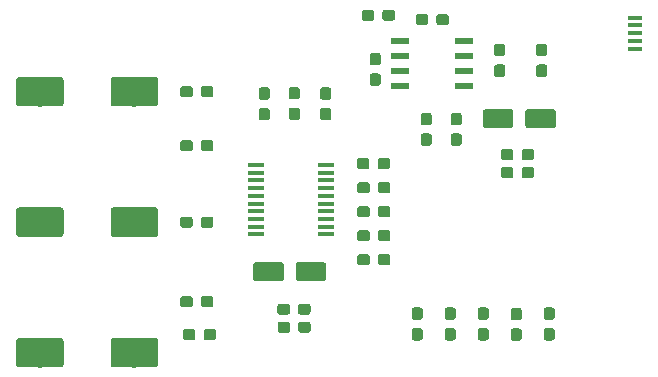
<source format=gtp>
G04 #@! TF.GenerationSoftware,KiCad,Pcbnew,(5.1.0)-1*
G04 #@! TF.CreationDate,2019-03-24T00:08:19-04:00*
G04 #@! TF.ProjectId,vga2dvi,76676132-6476-4692-9e6b-696361645f70,rev?*
G04 #@! TF.SameCoordinates,Original*
G04 #@! TF.FileFunction,Paste,Top*
G04 #@! TF.FilePolarity,Positive*
%FSLAX46Y46*%
G04 Gerber Fmt 4.6, Leading zero omitted, Abs format (unit mm)*
G04 Created by KiCad (PCBNEW (5.1.0)-1) date 2019-03-24 00:08:19*
%MOMM*%
%LPD*%
G04 APERTURE LIST*
%ADD10C,0.100000*%
%ADD11C,0.950000*%
%ADD12C,1.600000*%
%ADD13C,2.500000*%
%ADD14R,1.300000X0.450000*%
%ADD15R,1.450000X0.450000*%
%ADD16R,1.550000X0.600000*%
G04 APERTURE END LIST*
D10*
G36*
X137216779Y-102142144D02*
G01*
X137239834Y-102145563D01*
X137262443Y-102151227D01*
X137284387Y-102159079D01*
X137305457Y-102169044D01*
X137325448Y-102181026D01*
X137344168Y-102194910D01*
X137361438Y-102210562D01*
X137377090Y-102227832D01*
X137390974Y-102246552D01*
X137402956Y-102266543D01*
X137412921Y-102287613D01*
X137420773Y-102309557D01*
X137426437Y-102332166D01*
X137429856Y-102355221D01*
X137431000Y-102378500D01*
X137431000Y-102853500D01*
X137429856Y-102876779D01*
X137426437Y-102899834D01*
X137420773Y-102922443D01*
X137412921Y-102944387D01*
X137402956Y-102965457D01*
X137390974Y-102985448D01*
X137377090Y-103004168D01*
X137361438Y-103021438D01*
X137344168Y-103037090D01*
X137325448Y-103050974D01*
X137305457Y-103062956D01*
X137284387Y-103072921D01*
X137262443Y-103080773D01*
X137239834Y-103086437D01*
X137216779Y-103089856D01*
X137193500Y-103091000D01*
X136618500Y-103091000D01*
X136595221Y-103089856D01*
X136572166Y-103086437D01*
X136549557Y-103080773D01*
X136527613Y-103072921D01*
X136506543Y-103062956D01*
X136486552Y-103050974D01*
X136467832Y-103037090D01*
X136450562Y-103021438D01*
X136434910Y-103004168D01*
X136421026Y-102985448D01*
X136409044Y-102965457D01*
X136399079Y-102944387D01*
X136391227Y-102922443D01*
X136385563Y-102899834D01*
X136382144Y-102876779D01*
X136381000Y-102853500D01*
X136381000Y-102378500D01*
X136382144Y-102355221D01*
X136385563Y-102332166D01*
X136391227Y-102309557D01*
X136399079Y-102287613D01*
X136409044Y-102266543D01*
X136421026Y-102246552D01*
X136434910Y-102227832D01*
X136450562Y-102210562D01*
X136467832Y-102194910D01*
X136486552Y-102181026D01*
X136506543Y-102169044D01*
X136527613Y-102159079D01*
X136549557Y-102151227D01*
X136572166Y-102145563D01*
X136595221Y-102142144D01*
X136618500Y-102141000D01*
X137193500Y-102141000D01*
X137216779Y-102142144D01*
X137216779Y-102142144D01*
G37*
D11*
X136906000Y-102616000D03*
D10*
G36*
X135466779Y-102142144D02*
G01*
X135489834Y-102145563D01*
X135512443Y-102151227D01*
X135534387Y-102159079D01*
X135555457Y-102169044D01*
X135575448Y-102181026D01*
X135594168Y-102194910D01*
X135611438Y-102210562D01*
X135627090Y-102227832D01*
X135640974Y-102246552D01*
X135652956Y-102266543D01*
X135662921Y-102287613D01*
X135670773Y-102309557D01*
X135676437Y-102332166D01*
X135679856Y-102355221D01*
X135681000Y-102378500D01*
X135681000Y-102853500D01*
X135679856Y-102876779D01*
X135676437Y-102899834D01*
X135670773Y-102922443D01*
X135662921Y-102944387D01*
X135652956Y-102965457D01*
X135640974Y-102985448D01*
X135627090Y-103004168D01*
X135611438Y-103021438D01*
X135594168Y-103037090D01*
X135575448Y-103050974D01*
X135555457Y-103062956D01*
X135534387Y-103072921D01*
X135512443Y-103080773D01*
X135489834Y-103086437D01*
X135466779Y-103089856D01*
X135443500Y-103091000D01*
X134868500Y-103091000D01*
X134845221Y-103089856D01*
X134822166Y-103086437D01*
X134799557Y-103080773D01*
X134777613Y-103072921D01*
X134756543Y-103062956D01*
X134736552Y-103050974D01*
X134717832Y-103037090D01*
X134700562Y-103021438D01*
X134684910Y-103004168D01*
X134671026Y-102985448D01*
X134659044Y-102965457D01*
X134649079Y-102944387D01*
X134641227Y-102922443D01*
X134635563Y-102899834D01*
X134632144Y-102876779D01*
X134631000Y-102853500D01*
X134631000Y-102378500D01*
X134632144Y-102355221D01*
X134635563Y-102332166D01*
X134641227Y-102309557D01*
X134649079Y-102287613D01*
X134659044Y-102266543D01*
X134671026Y-102246552D01*
X134684910Y-102227832D01*
X134700562Y-102210562D01*
X134717832Y-102194910D01*
X134736552Y-102181026D01*
X134756543Y-102169044D01*
X134777613Y-102159079D01*
X134799557Y-102151227D01*
X134822166Y-102145563D01*
X134845221Y-102142144D01*
X134868500Y-102141000D01*
X135443500Y-102141000D01*
X135466779Y-102142144D01*
X135466779Y-102142144D01*
G37*
D11*
X135156000Y-102616000D03*
D10*
G36*
X135466779Y-100110144D02*
G01*
X135489834Y-100113563D01*
X135512443Y-100119227D01*
X135534387Y-100127079D01*
X135555457Y-100137044D01*
X135575448Y-100149026D01*
X135594168Y-100162910D01*
X135611438Y-100178562D01*
X135627090Y-100195832D01*
X135640974Y-100214552D01*
X135652956Y-100234543D01*
X135662921Y-100255613D01*
X135670773Y-100277557D01*
X135676437Y-100300166D01*
X135679856Y-100323221D01*
X135681000Y-100346500D01*
X135681000Y-100821500D01*
X135679856Y-100844779D01*
X135676437Y-100867834D01*
X135670773Y-100890443D01*
X135662921Y-100912387D01*
X135652956Y-100933457D01*
X135640974Y-100953448D01*
X135627090Y-100972168D01*
X135611438Y-100989438D01*
X135594168Y-101005090D01*
X135575448Y-101018974D01*
X135555457Y-101030956D01*
X135534387Y-101040921D01*
X135512443Y-101048773D01*
X135489834Y-101054437D01*
X135466779Y-101057856D01*
X135443500Y-101059000D01*
X134868500Y-101059000D01*
X134845221Y-101057856D01*
X134822166Y-101054437D01*
X134799557Y-101048773D01*
X134777613Y-101040921D01*
X134756543Y-101030956D01*
X134736552Y-101018974D01*
X134717832Y-101005090D01*
X134700562Y-100989438D01*
X134684910Y-100972168D01*
X134671026Y-100953448D01*
X134659044Y-100933457D01*
X134649079Y-100912387D01*
X134641227Y-100890443D01*
X134635563Y-100867834D01*
X134632144Y-100844779D01*
X134631000Y-100821500D01*
X134631000Y-100346500D01*
X134632144Y-100323221D01*
X134635563Y-100300166D01*
X134641227Y-100277557D01*
X134649079Y-100255613D01*
X134659044Y-100234543D01*
X134671026Y-100214552D01*
X134684910Y-100195832D01*
X134700562Y-100178562D01*
X134717832Y-100162910D01*
X134736552Y-100149026D01*
X134756543Y-100137044D01*
X134777613Y-100127079D01*
X134799557Y-100119227D01*
X134822166Y-100113563D01*
X134845221Y-100110144D01*
X134868500Y-100109000D01*
X135443500Y-100109000D01*
X135466779Y-100110144D01*
X135466779Y-100110144D01*
G37*
D11*
X135156000Y-100584000D03*
D10*
G36*
X137216779Y-100110144D02*
G01*
X137239834Y-100113563D01*
X137262443Y-100119227D01*
X137284387Y-100127079D01*
X137305457Y-100137044D01*
X137325448Y-100149026D01*
X137344168Y-100162910D01*
X137361438Y-100178562D01*
X137377090Y-100195832D01*
X137390974Y-100214552D01*
X137402956Y-100234543D01*
X137412921Y-100255613D01*
X137420773Y-100277557D01*
X137426437Y-100300166D01*
X137429856Y-100323221D01*
X137431000Y-100346500D01*
X137431000Y-100821500D01*
X137429856Y-100844779D01*
X137426437Y-100867834D01*
X137420773Y-100890443D01*
X137412921Y-100912387D01*
X137402956Y-100933457D01*
X137390974Y-100953448D01*
X137377090Y-100972168D01*
X137361438Y-100989438D01*
X137344168Y-101005090D01*
X137325448Y-101018974D01*
X137305457Y-101030956D01*
X137284387Y-101040921D01*
X137262443Y-101048773D01*
X137239834Y-101054437D01*
X137216779Y-101057856D01*
X137193500Y-101059000D01*
X136618500Y-101059000D01*
X136595221Y-101057856D01*
X136572166Y-101054437D01*
X136549557Y-101048773D01*
X136527613Y-101040921D01*
X136506543Y-101030956D01*
X136486552Y-101018974D01*
X136467832Y-101005090D01*
X136450562Y-100989438D01*
X136434910Y-100972168D01*
X136421026Y-100953448D01*
X136409044Y-100933457D01*
X136399079Y-100912387D01*
X136391227Y-100890443D01*
X136385563Y-100867834D01*
X136382144Y-100844779D01*
X136381000Y-100821500D01*
X136381000Y-100346500D01*
X136382144Y-100323221D01*
X136385563Y-100300166D01*
X136391227Y-100277557D01*
X136399079Y-100255613D01*
X136409044Y-100234543D01*
X136421026Y-100214552D01*
X136434910Y-100195832D01*
X136450562Y-100178562D01*
X136467832Y-100162910D01*
X136486552Y-100149026D01*
X136506543Y-100137044D01*
X136527613Y-100127079D01*
X136549557Y-100119227D01*
X136572166Y-100113563D01*
X136595221Y-100110144D01*
X136618500Y-100109000D01*
X137193500Y-100109000D01*
X137216779Y-100110144D01*
X137216779Y-100110144D01*
G37*
D11*
X136906000Y-100584000D03*
D10*
G36*
X137188779Y-98078144D02*
G01*
X137211834Y-98081563D01*
X137234443Y-98087227D01*
X137256387Y-98095079D01*
X137277457Y-98105044D01*
X137297448Y-98117026D01*
X137316168Y-98130910D01*
X137333438Y-98146562D01*
X137349090Y-98163832D01*
X137362974Y-98182552D01*
X137374956Y-98202543D01*
X137384921Y-98223613D01*
X137392773Y-98245557D01*
X137398437Y-98268166D01*
X137401856Y-98291221D01*
X137403000Y-98314500D01*
X137403000Y-98789500D01*
X137401856Y-98812779D01*
X137398437Y-98835834D01*
X137392773Y-98858443D01*
X137384921Y-98880387D01*
X137374956Y-98901457D01*
X137362974Y-98921448D01*
X137349090Y-98940168D01*
X137333438Y-98957438D01*
X137316168Y-98973090D01*
X137297448Y-98986974D01*
X137277457Y-98998956D01*
X137256387Y-99008921D01*
X137234443Y-99016773D01*
X137211834Y-99022437D01*
X137188779Y-99025856D01*
X137165500Y-99027000D01*
X136590500Y-99027000D01*
X136567221Y-99025856D01*
X136544166Y-99022437D01*
X136521557Y-99016773D01*
X136499613Y-99008921D01*
X136478543Y-98998956D01*
X136458552Y-98986974D01*
X136439832Y-98973090D01*
X136422562Y-98957438D01*
X136406910Y-98940168D01*
X136393026Y-98921448D01*
X136381044Y-98901457D01*
X136371079Y-98880387D01*
X136363227Y-98858443D01*
X136357563Y-98835834D01*
X136354144Y-98812779D01*
X136353000Y-98789500D01*
X136353000Y-98314500D01*
X136354144Y-98291221D01*
X136357563Y-98268166D01*
X136363227Y-98245557D01*
X136371079Y-98223613D01*
X136381044Y-98202543D01*
X136393026Y-98182552D01*
X136406910Y-98163832D01*
X136422562Y-98146562D01*
X136439832Y-98130910D01*
X136458552Y-98117026D01*
X136478543Y-98105044D01*
X136499613Y-98095079D01*
X136521557Y-98087227D01*
X136544166Y-98081563D01*
X136567221Y-98078144D01*
X136590500Y-98077000D01*
X137165500Y-98077000D01*
X137188779Y-98078144D01*
X137188779Y-98078144D01*
G37*
D11*
X136878000Y-98552000D03*
D10*
G36*
X135438779Y-98078144D02*
G01*
X135461834Y-98081563D01*
X135484443Y-98087227D01*
X135506387Y-98095079D01*
X135527457Y-98105044D01*
X135547448Y-98117026D01*
X135566168Y-98130910D01*
X135583438Y-98146562D01*
X135599090Y-98163832D01*
X135612974Y-98182552D01*
X135624956Y-98202543D01*
X135634921Y-98223613D01*
X135642773Y-98245557D01*
X135648437Y-98268166D01*
X135651856Y-98291221D01*
X135653000Y-98314500D01*
X135653000Y-98789500D01*
X135651856Y-98812779D01*
X135648437Y-98835834D01*
X135642773Y-98858443D01*
X135634921Y-98880387D01*
X135624956Y-98901457D01*
X135612974Y-98921448D01*
X135599090Y-98940168D01*
X135583438Y-98957438D01*
X135566168Y-98973090D01*
X135547448Y-98986974D01*
X135527457Y-98998956D01*
X135506387Y-99008921D01*
X135484443Y-99016773D01*
X135461834Y-99022437D01*
X135438779Y-99025856D01*
X135415500Y-99027000D01*
X134840500Y-99027000D01*
X134817221Y-99025856D01*
X134794166Y-99022437D01*
X134771557Y-99016773D01*
X134749613Y-99008921D01*
X134728543Y-98998956D01*
X134708552Y-98986974D01*
X134689832Y-98973090D01*
X134672562Y-98957438D01*
X134656910Y-98940168D01*
X134643026Y-98921448D01*
X134631044Y-98901457D01*
X134621079Y-98880387D01*
X134613227Y-98858443D01*
X134607563Y-98835834D01*
X134604144Y-98812779D01*
X134603000Y-98789500D01*
X134603000Y-98314500D01*
X134604144Y-98291221D01*
X134607563Y-98268166D01*
X134613227Y-98245557D01*
X134621079Y-98223613D01*
X134631044Y-98202543D01*
X134643026Y-98182552D01*
X134656910Y-98163832D01*
X134672562Y-98146562D01*
X134689832Y-98130910D01*
X134708552Y-98117026D01*
X134728543Y-98105044D01*
X134749613Y-98095079D01*
X134771557Y-98087227D01*
X134794166Y-98081563D01*
X134817221Y-98078144D01*
X134840500Y-98077000D01*
X135415500Y-98077000D01*
X135438779Y-98078144D01*
X135438779Y-98078144D01*
G37*
D11*
X135128000Y-98552000D03*
D10*
G36*
X135466779Y-106206144D02*
G01*
X135489834Y-106209563D01*
X135512443Y-106215227D01*
X135534387Y-106223079D01*
X135555457Y-106233044D01*
X135575448Y-106245026D01*
X135594168Y-106258910D01*
X135611438Y-106274562D01*
X135627090Y-106291832D01*
X135640974Y-106310552D01*
X135652956Y-106330543D01*
X135662921Y-106351613D01*
X135670773Y-106373557D01*
X135676437Y-106396166D01*
X135679856Y-106419221D01*
X135681000Y-106442500D01*
X135681000Y-106917500D01*
X135679856Y-106940779D01*
X135676437Y-106963834D01*
X135670773Y-106986443D01*
X135662921Y-107008387D01*
X135652956Y-107029457D01*
X135640974Y-107049448D01*
X135627090Y-107068168D01*
X135611438Y-107085438D01*
X135594168Y-107101090D01*
X135575448Y-107114974D01*
X135555457Y-107126956D01*
X135534387Y-107136921D01*
X135512443Y-107144773D01*
X135489834Y-107150437D01*
X135466779Y-107153856D01*
X135443500Y-107155000D01*
X134868500Y-107155000D01*
X134845221Y-107153856D01*
X134822166Y-107150437D01*
X134799557Y-107144773D01*
X134777613Y-107136921D01*
X134756543Y-107126956D01*
X134736552Y-107114974D01*
X134717832Y-107101090D01*
X134700562Y-107085438D01*
X134684910Y-107068168D01*
X134671026Y-107049448D01*
X134659044Y-107029457D01*
X134649079Y-107008387D01*
X134641227Y-106986443D01*
X134635563Y-106963834D01*
X134632144Y-106940779D01*
X134631000Y-106917500D01*
X134631000Y-106442500D01*
X134632144Y-106419221D01*
X134635563Y-106396166D01*
X134641227Y-106373557D01*
X134649079Y-106351613D01*
X134659044Y-106330543D01*
X134671026Y-106310552D01*
X134684910Y-106291832D01*
X134700562Y-106274562D01*
X134717832Y-106258910D01*
X134736552Y-106245026D01*
X134756543Y-106233044D01*
X134777613Y-106223079D01*
X134799557Y-106215227D01*
X134822166Y-106209563D01*
X134845221Y-106206144D01*
X134868500Y-106205000D01*
X135443500Y-106205000D01*
X135466779Y-106206144D01*
X135466779Y-106206144D01*
G37*
D11*
X135156000Y-106680000D03*
D10*
G36*
X137216779Y-106206144D02*
G01*
X137239834Y-106209563D01*
X137262443Y-106215227D01*
X137284387Y-106223079D01*
X137305457Y-106233044D01*
X137325448Y-106245026D01*
X137344168Y-106258910D01*
X137361438Y-106274562D01*
X137377090Y-106291832D01*
X137390974Y-106310552D01*
X137402956Y-106330543D01*
X137412921Y-106351613D01*
X137420773Y-106373557D01*
X137426437Y-106396166D01*
X137429856Y-106419221D01*
X137431000Y-106442500D01*
X137431000Y-106917500D01*
X137429856Y-106940779D01*
X137426437Y-106963834D01*
X137420773Y-106986443D01*
X137412921Y-107008387D01*
X137402956Y-107029457D01*
X137390974Y-107049448D01*
X137377090Y-107068168D01*
X137361438Y-107085438D01*
X137344168Y-107101090D01*
X137325448Y-107114974D01*
X137305457Y-107126956D01*
X137284387Y-107136921D01*
X137262443Y-107144773D01*
X137239834Y-107150437D01*
X137216779Y-107153856D01*
X137193500Y-107155000D01*
X136618500Y-107155000D01*
X136595221Y-107153856D01*
X136572166Y-107150437D01*
X136549557Y-107144773D01*
X136527613Y-107136921D01*
X136506543Y-107126956D01*
X136486552Y-107114974D01*
X136467832Y-107101090D01*
X136450562Y-107085438D01*
X136434910Y-107068168D01*
X136421026Y-107049448D01*
X136409044Y-107029457D01*
X136399079Y-107008387D01*
X136391227Y-106986443D01*
X136385563Y-106963834D01*
X136382144Y-106940779D01*
X136381000Y-106917500D01*
X136381000Y-106442500D01*
X136382144Y-106419221D01*
X136385563Y-106396166D01*
X136391227Y-106373557D01*
X136399079Y-106351613D01*
X136409044Y-106330543D01*
X136421026Y-106310552D01*
X136434910Y-106291832D01*
X136450562Y-106274562D01*
X136467832Y-106258910D01*
X136486552Y-106245026D01*
X136506543Y-106233044D01*
X136527613Y-106223079D01*
X136549557Y-106215227D01*
X136572166Y-106209563D01*
X136595221Y-106206144D01*
X136618500Y-106205000D01*
X137193500Y-106205000D01*
X137216779Y-106206144D01*
X137216779Y-106206144D01*
G37*
D11*
X136906000Y-106680000D03*
D10*
G36*
X137216779Y-104174144D02*
G01*
X137239834Y-104177563D01*
X137262443Y-104183227D01*
X137284387Y-104191079D01*
X137305457Y-104201044D01*
X137325448Y-104213026D01*
X137344168Y-104226910D01*
X137361438Y-104242562D01*
X137377090Y-104259832D01*
X137390974Y-104278552D01*
X137402956Y-104298543D01*
X137412921Y-104319613D01*
X137420773Y-104341557D01*
X137426437Y-104364166D01*
X137429856Y-104387221D01*
X137431000Y-104410500D01*
X137431000Y-104885500D01*
X137429856Y-104908779D01*
X137426437Y-104931834D01*
X137420773Y-104954443D01*
X137412921Y-104976387D01*
X137402956Y-104997457D01*
X137390974Y-105017448D01*
X137377090Y-105036168D01*
X137361438Y-105053438D01*
X137344168Y-105069090D01*
X137325448Y-105082974D01*
X137305457Y-105094956D01*
X137284387Y-105104921D01*
X137262443Y-105112773D01*
X137239834Y-105118437D01*
X137216779Y-105121856D01*
X137193500Y-105123000D01*
X136618500Y-105123000D01*
X136595221Y-105121856D01*
X136572166Y-105118437D01*
X136549557Y-105112773D01*
X136527613Y-105104921D01*
X136506543Y-105094956D01*
X136486552Y-105082974D01*
X136467832Y-105069090D01*
X136450562Y-105053438D01*
X136434910Y-105036168D01*
X136421026Y-105017448D01*
X136409044Y-104997457D01*
X136399079Y-104976387D01*
X136391227Y-104954443D01*
X136385563Y-104931834D01*
X136382144Y-104908779D01*
X136381000Y-104885500D01*
X136381000Y-104410500D01*
X136382144Y-104387221D01*
X136385563Y-104364166D01*
X136391227Y-104341557D01*
X136399079Y-104319613D01*
X136409044Y-104298543D01*
X136421026Y-104278552D01*
X136434910Y-104259832D01*
X136450562Y-104242562D01*
X136467832Y-104226910D01*
X136486552Y-104213026D01*
X136506543Y-104201044D01*
X136527613Y-104191079D01*
X136549557Y-104183227D01*
X136572166Y-104177563D01*
X136595221Y-104174144D01*
X136618500Y-104173000D01*
X137193500Y-104173000D01*
X137216779Y-104174144D01*
X137216779Y-104174144D01*
G37*
D11*
X136906000Y-104648000D03*
D10*
G36*
X135466779Y-104174144D02*
G01*
X135489834Y-104177563D01*
X135512443Y-104183227D01*
X135534387Y-104191079D01*
X135555457Y-104201044D01*
X135575448Y-104213026D01*
X135594168Y-104226910D01*
X135611438Y-104242562D01*
X135627090Y-104259832D01*
X135640974Y-104278552D01*
X135652956Y-104298543D01*
X135662921Y-104319613D01*
X135670773Y-104341557D01*
X135676437Y-104364166D01*
X135679856Y-104387221D01*
X135681000Y-104410500D01*
X135681000Y-104885500D01*
X135679856Y-104908779D01*
X135676437Y-104931834D01*
X135670773Y-104954443D01*
X135662921Y-104976387D01*
X135652956Y-104997457D01*
X135640974Y-105017448D01*
X135627090Y-105036168D01*
X135611438Y-105053438D01*
X135594168Y-105069090D01*
X135575448Y-105082974D01*
X135555457Y-105094956D01*
X135534387Y-105104921D01*
X135512443Y-105112773D01*
X135489834Y-105118437D01*
X135466779Y-105121856D01*
X135443500Y-105123000D01*
X134868500Y-105123000D01*
X134845221Y-105121856D01*
X134822166Y-105118437D01*
X134799557Y-105112773D01*
X134777613Y-105104921D01*
X134756543Y-105094956D01*
X134736552Y-105082974D01*
X134717832Y-105069090D01*
X134700562Y-105053438D01*
X134684910Y-105036168D01*
X134671026Y-105017448D01*
X134659044Y-104997457D01*
X134649079Y-104976387D01*
X134641227Y-104954443D01*
X134635563Y-104931834D01*
X134632144Y-104908779D01*
X134631000Y-104885500D01*
X134631000Y-104410500D01*
X134632144Y-104387221D01*
X134635563Y-104364166D01*
X134641227Y-104341557D01*
X134649079Y-104319613D01*
X134659044Y-104298543D01*
X134671026Y-104278552D01*
X134684910Y-104259832D01*
X134700562Y-104242562D01*
X134717832Y-104226910D01*
X134736552Y-104213026D01*
X134756543Y-104201044D01*
X134777613Y-104191079D01*
X134799557Y-104183227D01*
X134822166Y-104177563D01*
X134845221Y-104174144D01*
X134868500Y-104173000D01*
X135443500Y-104173000D01*
X135466779Y-104174144D01*
X135466779Y-104174144D01*
G37*
D11*
X135156000Y-104648000D03*
D10*
G36*
X136404779Y-89166144D02*
G01*
X136427834Y-89169563D01*
X136450443Y-89175227D01*
X136472387Y-89183079D01*
X136493457Y-89193044D01*
X136513448Y-89205026D01*
X136532168Y-89218910D01*
X136549438Y-89234562D01*
X136565090Y-89251832D01*
X136578974Y-89270552D01*
X136590956Y-89290543D01*
X136600921Y-89311613D01*
X136608773Y-89333557D01*
X136614437Y-89356166D01*
X136617856Y-89379221D01*
X136619000Y-89402500D01*
X136619000Y-89977500D01*
X136617856Y-90000779D01*
X136614437Y-90023834D01*
X136608773Y-90046443D01*
X136600921Y-90068387D01*
X136590956Y-90089457D01*
X136578974Y-90109448D01*
X136565090Y-90128168D01*
X136549438Y-90145438D01*
X136532168Y-90161090D01*
X136513448Y-90174974D01*
X136493457Y-90186956D01*
X136472387Y-90196921D01*
X136450443Y-90204773D01*
X136427834Y-90210437D01*
X136404779Y-90213856D01*
X136381500Y-90215000D01*
X135906500Y-90215000D01*
X135883221Y-90213856D01*
X135860166Y-90210437D01*
X135837557Y-90204773D01*
X135815613Y-90196921D01*
X135794543Y-90186956D01*
X135774552Y-90174974D01*
X135755832Y-90161090D01*
X135738562Y-90145438D01*
X135722910Y-90128168D01*
X135709026Y-90109448D01*
X135697044Y-90089457D01*
X135687079Y-90068387D01*
X135679227Y-90046443D01*
X135673563Y-90023834D01*
X135670144Y-90000779D01*
X135669000Y-89977500D01*
X135669000Y-89402500D01*
X135670144Y-89379221D01*
X135673563Y-89356166D01*
X135679227Y-89333557D01*
X135687079Y-89311613D01*
X135697044Y-89290543D01*
X135709026Y-89270552D01*
X135722910Y-89251832D01*
X135738562Y-89234562D01*
X135755832Y-89218910D01*
X135774552Y-89205026D01*
X135794543Y-89193044D01*
X135815613Y-89183079D01*
X135837557Y-89175227D01*
X135860166Y-89169563D01*
X135883221Y-89166144D01*
X135906500Y-89165000D01*
X136381500Y-89165000D01*
X136404779Y-89166144D01*
X136404779Y-89166144D01*
G37*
D11*
X136144000Y-89690000D03*
D10*
G36*
X136404779Y-90916144D02*
G01*
X136427834Y-90919563D01*
X136450443Y-90925227D01*
X136472387Y-90933079D01*
X136493457Y-90943044D01*
X136513448Y-90955026D01*
X136532168Y-90968910D01*
X136549438Y-90984562D01*
X136565090Y-91001832D01*
X136578974Y-91020552D01*
X136590956Y-91040543D01*
X136600921Y-91061613D01*
X136608773Y-91083557D01*
X136614437Y-91106166D01*
X136617856Y-91129221D01*
X136619000Y-91152500D01*
X136619000Y-91727500D01*
X136617856Y-91750779D01*
X136614437Y-91773834D01*
X136608773Y-91796443D01*
X136600921Y-91818387D01*
X136590956Y-91839457D01*
X136578974Y-91859448D01*
X136565090Y-91878168D01*
X136549438Y-91895438D01*
X136532168Y-91911090D01*
X136513448Y-91924974D01*
X136493457Y-91936956D01*
X136472387Y-91946921D01*
X136450443Y-91954773D01*
X136427834Y-91960437D01*
X136404779Y-91963856D01*
X136381500Y-91965000D01*
X135906500Y-91965000D01*
X135883221Y-91963856D01*
X135860166Y-91960437D01*
X135837557Y-91954773D01*
X135815613Y-91946921D01*
X135794543Y-91936956D01*
X135774552Y-91924974D01*
X135755832Y-91911090D01*
X135738562Y-91895438D01*
X135722910Y-91878168D01*
X135709026Y-91859448D01*
X135697044Y-91839457D01*
X135687079Y-91818387D01*
X135679227Y-91796443D01*
X135673563Y-91773834D01*
X135670144Y-91750779D01*
X135669000Y-91727500D01*
X135669000Y-91152500D01*
X135670144Y-91129221D01*
X135673563Y-91106166D01*
X135679227Y-91083557D01*
X135687079Y-91061613D01*
X135697044Y-91040543D01*
X135709026Y-91020552D01*
X135722910Y-91001832D01*
X135738562Y-90984562D01*
X135755832Y-90968910D01*
X135774552Y-90955026D01*
X135794543Y-90943044D01*
X135815613Y-90933079D01*
X135837557Y-90925227D01*
X135860166Y-90919563D01*
X135883221Y-90916144D01*
X135906500Y-90915000D01*
X136381500Y-90915000D01*
X136404779Y-90916144D01*
X136404779Y-90916144D01*
G37*
D11*
X136144000Y-91440000D03*
D10*
G36*
X135847779Y-85505144D02*
G01*
X135870834Y-85508563D01*
X135893443Y-85514227D01*
X135915387Y-85522079D01*
X135936457Y-85532044D01*
X135956448Y-85544026D01*
X135975168Y-85557910D01*
X135992438Y-85573562D01*
X136008090Y-85590832D01*
X136021974Y-85609552D01*
X136033956Y-85629543D01*
X136043921Y-85650613D01*
X136051773Y-85672557D01*
X136057437Y-85695166D01*
X136060856Y-85718221D01*
X136062000Y-85741500D01*
X136062000Y-86216500D01*
X136060856Y-86239779D01*
X136057437Y-86262834D01*
X136051773Y-86285443D01*
X136043921Y-86307387D01*
X136033956Y-86328457D01*
X136021974Y-86348448D01*
X136008090Y-86367168D01*
X135992438Y-86384438D01*
X135975168Y-86400090D01*
X135956448Y-86413974D01*
X135936457Y-86425956D01*
X135915387Y-86435921D01*
X135893443Y-86443773D01*
X135870834Y-86449437D01*
X135847779Y-86452856D01*
X135824500Y-86454000D01*
X135249500Y-86454000D01*
X135226221Y-86452856D01*
X135203166Y-86449437D01*
X135180557Y-86443773D01*
X135158613Y-86435921D01*
X135137543Y-86425956D01*
X135117552Y-86413974D01*
X135098832Y-86400090D01*
X135081562Y-86384438D01*
X135065910Y-86367168D01*
X135052026Y-86348448D01*
X135040044Y-86328457D01*
X135030079Y-86307387D01*
X135022227Y-86285443D01*
X135016563Y-86262834D01*
X135013144Y-86239779D01*
X135012000Y-86216500D01*
X135012000Y-85741500D01*
X135013144Y-85718221D01*
X135016563Y-85695166D01*
X135022227Y-85672557D01*
X135030079Y-85650613D01*
X135040044Y-85629543D01*
X135052026Y-85609552D01*
X135065910Y-85590832D01*
X135081562Y-85573562D01*
X135098832Y-85557910D01*
X135117552Y-85544026D01*
X135137543Y-85532044D01*
X135158613Y-85522079D01*
X135180557Y-85514227D01*
X135203166Y-85508563D01*
X135226221Y-85505144D01*
X135249500Y-85504000D01*
X135824500Y-85504000D01*
X135847779Y-85505144D01*
X135847779Y-85505144D01*
G37*
D11*
X135537000Y-85979000D03*
D10*
G36*
X137597779Y-85505144D02*
G01*
X137620834Y-85508563D01*
X137643443Y-85514227D01*
X137665387Y-85522079D01*
X137686457Y-85532044D01*
X137706448Y-85544026D01*
X137725168Y-85557910D01*
X137742438Y-85573562D01*
X137758090Y-85590832D01*
X137771974Y-85609552D01*
X137783956Y-85629543D01*
X137793921Y-85650613D01*
X137801773Y-85672557D01*
X137807437Y-85695166D01*
X137810856Y-85718221D01*
X137812000Y-85741500D01*
X137812000Y-86216500D01*
X137810856Y-86239779D01*
X137807437Y-86262834D01*
X137801773Y-86285443D01*
X137793921Y-86307387D01*
X137783956Y-86328457D01*
X137771974Y-86348448D01*
X137758090Y-86367168D01*
X137742438Y-86384438D01*
X137725168Y-86400090D01*
X137706448Y-86413974D01*
X137686457Y-86425956D01*
X137665387Y-86435921D01*
X137643443Y-86443773D01*
X137620834Y-86449437D01*
X137597779Y-86452856D01*
X137574500Y-86454000D01*
X136999500Y-86454000D01*
X136976221Y-86452856D01*
X136953166Y-86449437D01*
X136930557Y-86443773D01*
X136908613Y-86435921D01*
X136887543Y-86425956D01*
X136867552Y-86413974D01*
X136848832Y-86400090D01*
X136831562Y-86384438D01*
X136815910Y-86367168D01*
X136802026Y-86348448D01*
X136790044Y-86328457D01*
X136780079Y-86307387D01*
X136772227Y-86285443D01*
X136766563Y-86262834D01*
X136763144Y-86239779D01*
X136762000Y-86216500D01*
X136762000Y-85741500D01*
X136763144Y-85718221D01*
X136766563Y-85695166D01*
X136772227Y-85672557D01*
X136780079Y-85650613D01*
X136790044Y-85629543D01*
X136802026Y-85609552D01*
X136815910Y-85590832D01*
X136831562Y-85573562D01*
X136848832Y-85557910D01*
X136867552Y-85544026D01*
X136887543Y-85532044D01*
X136908613Y-85522079D01*
X136930557Y-85514227D01*
X136953166Y-85508563D01*
X136976221Y-85505144D01*
X136999500Y-85504000D01*
X137574500Y-85504000D01*
X137597779Y-85505144D01*
X137597779Y-85505144D01*
G37*
D11*
X137287000Y-85979000D03*
D10*
G36*
X146945779Y-90154144D02*
G01*
X146968834Y-90157563D01*
X146991443Y-90163227D01*
X147013387Y-90171079D01*
X147034457Y-90181044D01*
X147054448Y-90193026D01*
X147073168Y-90206910D01*
X147090438Y-90222562D01*
X147106090Y-90239832D01*
X147119974Y-90258552D01*
X147131956Y-90278543D01*
X147141921Y-90299613D01*
X147149773Y-90321557D01*
X147155437Y-90344166D01*
X147158856Y-90367221D01*
X147160000Y-90390500D01*
X147160000Y-90965500D01*
X147158856Y-90988779D01*
X147155437Y-91011834D01*
X147149773Y-91034443D01*
X147141921Y-91056387D01*
X147131956Y-91077457D01*
X147119974Y-91097448D01*
X147106090Y-91116168D01*
X147090438Y-91133438D01*
X147073168Y-91149090D01*
X147054448Y-91162974D01*
X147034457Y-91174956D01*
X147013387Y-91184921D01*
X146991443Y-91192773D01*
X146968834Y-91198437D01*
X146945779Y-91201856D01*
X146922500Y-91203000D01*
X146447500Y-91203000D01*
X146424221Y-91201856D01*
X146401166Y-91198437D01*
X146378557Y-91192773D01*
X146356613Y-91184921D01*
X146335543Y-91174956D01*
X146315552Y-91162974D01*
X146296832Y-91149090D01*
X146279562Y-91133438D01*
X146263910Y-91116168D01*
X146250026Y-91097448D01*
X146238044Y-91077457D01*
X146228079Y-91056387D01*
X146220227Y-91034443D01*
X146214563Y-91011834D01*
X146211144Y-90988779D01*
X146210000Y-90965500D01*
X146210000Y-90390500D01*
X146211144Y-90367221D01*
X146214563Y-90344166D01*
X146220227Y-90321557D01*
X146228079Y-90299613D01*
X146238044Y-90278543D01*
X146250026Y-90258552D01*
X146263910Y-90239832D01*
X146279562Y-90222562D01*
X146296832Y-90206910D01*
X146315552Y-90193026D01*
X146335543Y-90181044D01*
X146356613Y-90171079D01*
X146378557Y-90163227D01*
X146401166Y-90157563D01*
X146424221Y-90154144D01*
X146447500Y-90153000D01*
X146922500Y-90153000D01*
X146945779Y-90154144D01*
X146945779Y-90154144D01*
G37*
D11*
X146685000Y-90678000D03*
D10*
G36*
X146945779Y-88404144D02*
G01*
X146968834Y-88407563D01*
X146991443Y-88413227D01*
X147013387Y-88421079D01*
X147034457Y-88431044D01*
X147054448Y-88443026D01*
X147073168Y-88456910D01*
X147090438Y-88472562D01*
X147106090Y-88489832D01*
X147119974Y-88508552D01*
X147131956Y-88528543D01*
X147141921Y-88549613D01*
X147149773Y-88571557D01*
X147155437Y-88594166D01*
X147158856Y-88617221D01*
X147160000Y-88640500D01*
X147160000Y-89215500D01*
X147158856Y-89238779D01*
X147155437Y-89261834D01*
X147149773Y-89284443D01*
X147141921Y-89306387D01*
X147131956Y-89327457D01*
X147119974Y-89347448D01*
X147106090Y-89366168D01*
X147090438Y-89383438D01*
X147073168Y-89399090D01*
X147054448Y-89412974D01*
X147034457Y-89424956D01*
X147013387Y-89434921D01*
X146991443Y-89442773D01*
X146968834Y-89448437D01*
X146945779Y-89451856D01*
X146922500Y-89453000D01*
X146447500Y-89453000D01*
X146424221Y-89451856D01*
X146401166Y-89448437D01*
X146378557Y-89442773D01*
X146356613Y-89434921D01*
X146335543Y-89424956D01*
X146315552Y-89412974D01*
X146296832Y-89399090D01*
X146279562Y-89383438D01*
X146263910Y-89366168D01*
X146250026Y-89347448D01*
X146238044Y-89327457D01*
X146228079Y-89306387D01*
X146220227Y-89284443D01*
X146214563Y-89261834D01*
X146211144Y-89238779D01*
X146210000Y-89215500D01*
X146210000Y-88640500D01*
X146211144Y-88617221D01*
X146214563Y-88594166D01*
X146220227Y-88571557D01*
X146228079Y-88549613D01*
X146238044Y-88528543D01*
X146250026Y-88508552D01*
X146263910Y-88489832D01*
X146279562Y-88472562D01*
X146296832Y-88456910D01*
X146315552Y-88443026D01*
X146335543Y-88431044D01*
X146356613Y-88421079D01*
X146378557Y-88413227D01*
X146401166Y-88407563D01*
X146424221Y-88404144D01*
X146447500Y-88403000D01*
X146922500Y-88403000D01*
X146945779Y-88404144D01*
X146945779Y-88404144D01*
G37*
D11*
X146685000Y-88928000D03*
D10*
G36*
X131779504Y-106897204D02*
G01*
X131803773Y-106900804D01*
X131827571Y-106906765D01*
X131850671Y-106915030D01*
X131872849Y-106925520D01*
X131893893Y-106938133D01*
X131913598Y-106952747D01*
X131931777Y-106969223D01*
X131948253Y-106987402D01*
X131962867Y-107007107D01*
X131975480Y-107028151D01*
X131985970Y-107050329D01*
X131994235Y-107073429D01*
X132000196Y-107097227D01*
X132003796Y-107121496D01*
X132005000Y-107146000D01*
X132005000Y-108246000D01*
X132003796Y-108270504D01*
X132000196Y-108294773D01*
X131994235Y-108318571D01*
X131985970Y-108341671D01*
X131975480Y-108363849D01*
X131962867Y-108384893D01*
X131948253Y-108404598D01*
X131931777Y-108422777D01*
X131913598Y-108439253D01*
X131893893Y-108453867D01*
X131872849Y-108466480D01*
X131850671Y-108476970D01*
X131827571Y-108485235D01*
X131803773Y-108491196D01*
X131779504Y-108494796D01*
X131755000Y-108496000D01*
X129655000Y-108496000D01*
X129630496Y-108494796D01*
X129606227Y-108491196D01*
X129582429Y-108485235D01*
X129559329Y-108476970D01*
X129537151Y-108466480D01*
X129516107Y-108453867D01*
X129496402Y-108439253D01*
X129478223Y-108422777D01*
X129461747Y-108404598D01*
X129447133Y-108384893D01*
X129434520Y-108363849D01*
X129424030Y-108341671D01*
X129415765Y-108318571D01*
X129409804Y-108294773D01*
X129406204Y-108270504D01*
X129405000Y-108246000D01*
X129405000Y-107146000D01*
X129406204Y-107121496D01*
X129409804Y-107097227D01*
X129415765Y-107073429D01*
X129424030Y-107050329D01*
X129434520Y-107028151D01*
X129447133Y-107007107D01*
X129461747Y-106987402D01*
X129478223Y-106969223D01*
X129496402Y-106952747D01*
X129516107Y-106938133D01*
X129537151Y-106925520D01*
X129559329Y-106915030D01*
X129582429Y-106906765D01*
X129606227Y-106900804D01*
X129630496Y-106897204D01*
X129655000Y-106896000D01*
X131755000Y-106896000D01*
X131779504Y-106897204D01*
X131779504Y-106897204D01*
G37*
D12*
X130705000Y-107696000D03*
D10*
G36*
X128179504Y-106897204D02*
G01*
X128203773Y-106900804D01*
X128227571Y-106906765D01*
X128250671Y-106915030D01*
X128272849Y-106925520D01*
X128293893Y-106938133D01*
X128313598Y-106952747D01*
X128331777Y-106969223D01*
X128348253Y-106987402D01*
X128362867Y-107007107D01*
X128375480Y-107028151D01*
X128385970Y-107050329D01*
X128394235Y-107073429D01*
X128400196Y-107097227D01*
X128403796Y-107121496D01*
X128405000Y-107146000D01*
X128405000Y-108246000D01*
X128403796Y-108270504D01*
X128400196Y-108294773D01*
X128394235Y-108318571D01*
X128385970Y-108341671D01*
X128375480Y-108363849D01*
X128362867Y-108384893D01*
X128348253Y-108404598D01*
X128331777Y-108422777D01*
X128313598Y-108439253D01*
X128293893Y-108453867D01*
X128272849Y-108466480D01*
X128250671Y-108476970D01*
X128227571Y-108485235D01*
X128203773Y-108491196D01*
X128179504Y-108494796D01*
X128155000Y-108496000D01*
X126055000Y-108496000D01*
X126030496Y-108494796D01*
X126006227Y-108491196D01*
X125982429Y-108485235D01*
X125959329Y-108476970D01*
X125937151Y-108466480D01*
X125916107Y-108453867D01*
X125896402Y-108439253D01*
X125878223Y-108422777D01*
X125861747Y-108404598D01*
X125847133Y-108384893D01*
X125834520Y-108363849D01*
X125824030Y-108341671D01*
X125815765Y-108318571D01*
X125809804Y-108294773D01*
X125806204Y-108270504D01*
X125805000Y-108246000D01*
X125805000Y-107146000D01*
X125806204Y-107121496D01*
X125809804Y-107097227D01*
X125815765Y-107073429D01*
X125824030Y-107050329D01*
X125834520Y-107028151D01*
X125847133Y-107007107D01*
X125861747Y-106987402D01*
X125878223Y-106969223D01*
X125896402Y-106952747D01*
X125916107Y-106938133D01*
X125937151Y-106925520D01*
X125959329Y-106915030D01*
X125982429Y-106906765D01*
X126006227Y-106900804D01*
X126030496Y-106897204D01*
X126055000Y-106896000D01*
X128155000Y-106896000D01*
X128179504Y-106897204D01*
X128179504Y-106897204D01*
G37*
D12*
X127105000Y-107696000D03*
D10*
G36*
X128707779Y-110397144D02*
G01*
X128730834Y-110400563D01*
X128753443Y-110406227D01*
X128775387Y-110414079D01*
X128796457Y-110424044D01*
X128816448Y-110436026D01*
X128835168Y-110449910D01*
X128852438Y-110465562D01*
X128868090Y-110482832D01*
X128881974Y-110501552D01*
X128893956Y-110521543D01*
X128903921Y-110542613D01*
X128911773Y-110564557D01*
X128917437Y-110587166D01*
X128920856Y-110610221D01*
X128922000Y-110633500D01*
X128922000Y-111108500D01*
X128920856Y-111131779D01*
X128917437Y-111154834D01*
X128911773Y-111177443D01*
X128903921Y-111199387D01*
X128893956Y-111220457D01*
X128881974Y-111240448D01*
X128868090Y-111259168D01*
X128852438Y-111276438D01*
X128835168Y-111292090D01*
X128816448Y-111305974D01*
X128796457Y-111317956D01*
X128775387Y-111327921D01*
X128753443Y-111335773D01*
X128730834Y-111341437D01*
X128707779Y-111344856D01*
X128684500Y-111346000D01*
X128109500Y-111346000D01*
X128086221Y-111344856D01*
X128063166Y-111341437D01*
X128040557Y-111335773D01*
X128018613Y-111327921D01*
X127997543Y-111317956D01*
X127977552Y-111305974D01*
X127958832Y-111292090D01*
X127941562Y-111276438D01*
X127925910Y-111259168D01*
X127912026Y-111240448D01*
X127900044Y-111220457D01*
X127890079Y-111199387D01*
X127882227Y-111177443D01*
X127876563Y-111154834D01*
X127873144Y-111131779D01*
X127872000Y-111108500D01*
X127872000Y-110633500D01*
X127873144Y-110610221D01*
X127876563Y-110587166D01*
X127882227Y-110564557D01*
X127890079Y-110542613D01*
X127900044Y-110521543D01*
X127912026Y-110501552D01*
X127925910Y-110482832D01*
X127941562Y-110465562D01*
X127958832Y-110449910D01*
X127977552Y-110436026D01*
X127997543Y-110424044D01*
X128018613Y-110414079D01*
X128040557Y-110406227D01*
X128063166Y-110400563D01*
X128086221Y-110397144D01*
X128109500Y-110396000D01*
X128684500Y-110396000D01*
X128707779Y-110397144D01*
X128707779Y-110397144D01*
G37*
D11*
X128397000Y-110871000D03*
D10*
G36*
X130457779Y-110397144D02*
G01*
X130480834Y-110400563D01*
X130503443Y-110406227D01*
X130525387Y-110414079D01*
X130546457Y-110424044D01*
X130566448Y-110436026D01*
X130585168Y-110449910D01*
X130602438Y-110465562D01*
X130618090Y-110482832D01*
X130631974Y-110501552D01*
X130643956Y-110521543D01*
X130653921Y-110542613D01*
X130661773Y-110564557D01*
X130667437Y-110587166D01*
X130670856Y-110610221D01*
X130672000Y-110633500D01*
X130672000Y-111108500D01*
X130670856Y-111131779D01*
X130667437Y-111154834D01*
X130661773Y-111177443D01*
X130653921Y-111199387D01*
X130643956Y-111220457D01*
X130631974Y-111240448D01*
X130618090Y-111259168D01*
X130602438Y-111276438D01*
X130585168Y-111292090D01*
X130566448Y-111305974D01*
X130546457Y-111317956D01*
X130525387Y-111327921D01*
X130503443Y-111335773D01*
X130480834Y-111341437D01*
X130457779Y-111344856D01*
X130434500Y-111346000D01*
X129859500Y-111346000D01*
X129836221Y-111344856D01*
X129813166Y-111341437D01*
X129790557Y-111335773D01*
X129768613Y-111327921D01*
X129747543Y-111317956D01*
X129727552Y-111305974D01*
X129708832Y-111292090D01*
X129691562Y-111276438D01*
X129675910Y-111259168D01*
X129662026Y-111240448D01*
X129650044Y-111220457D01*
X129640079Y-111199387D01*
X129632227Y-111177443D01*
X129626563Y-111154834D01*
X129623144Y-111131779D01*
X129622000Y-111108500D01*
X129622000Y-110633500D01*
X129623144Y-110610221D01*
X129626563Y-110587166D01*
X129632227Y-110564557D01*
X129640079Y-110542613D01*
X129650044Y-110521543D01*
X129662026Y-110501552D01*
X129675910Y-110482832D01*
X129691562Y-110465562D01*
X129708832Y-110449910D01*
X129727552Y-110436026D01*
X129747543Y-110424044D01*
X129768613Y-110414079D01*
X129790557Y-110406227D01*
X129813166Y-110400563D01*
X129836221Y-110397144D01*
X129859500Y-110396000D01*
X130434500Y-110396000D01*
X130457779Y-110397144D01*
X130457779Y-110397144D01*
G37*
D11*
X130147000Y-110871000D03*
D10*
G36*
X130471779Y-111921144D02*
G01*
X130494834Y-111924563D01*
X130517443Y-111930227D01*
X130539387Y-111938079D01*
X130560457Y-111948044D01*
X130580448Y-111960026D01*
X130599168Y-111973910D01*
X130616438Y-111989562D01*
X130632090Y-112006832D01*
X130645974Y-112025552D01*
X130657956Y-112045543D01*
X130667921Y-112066613D01*
X130675773Y-112088557D01*
X130681437Y-112111166D01*
X130684856Y-112134221D01*
X130686000Y-112157500D01*
X130686000Y-112632500D01*
X130684856Y-112655779D01*
X130681437Y-112678834D01*
X130675773Y-112701443D01*
X130667921Y-112723387D01*
X130657956Y-112744457D01*
X130645974Y-112764448D01*
X130632090Y-112783168D01*
X130616438Y-112800438D01*
X130599168Y-112816090D01*
X130580448Y-112829974D01*
X130560457Y-112841956D01*
X130539387Y-112851921D01*
X130517443Y-112859773D01*
X130494834Y-112865437D01*
X130471779Y-112868856D01*
X130448500Y-112870000D01*
X129873500Y-112870000D01*
X129850221Y-112868856D01*
X129827166Y-112865437D01*
X129804557Y-112859773D01*
X129782613Y-112851921D01*
X129761543Y-112841956D01*
X129741552Y-112829974D01*
X129722832Y-112816090D01*
X129705562Y-112800438D01*
X129689910Y-112783168D01*
X129676026Y-112764448D01*
X129664044Y-112744457D01*
X129654079Y-112723387D01*
X129646227Y-112701443D01*
X129640563Y-112678834D01*
X129637144Y-112655779D01*
X129636000Y-112632500D01*
X129636000Y-112157500D01*
X129637144Y-112134221D01*
X129640563Y-112111166D01*
X129646227Y-112088557D01*
X129654079Y-112066613D01*
X129664044Y-112045543D01*
X129676026Y-112025552D01*
X129689910Y-112006832D01*
X129705562Y-111989562D01*
X129722832Y-111973910D01*
X129741552Y-111960026D01*
X129761543Y-111948044D01*
X129782613Y-111938079D01*
X129804557Y-111930227D01*
X129827166Y-111924563D01*
X129850221Y-111921144D01*
X129873500Y-111920000D01*
X130448500Y-111920000D01*
X130471779Y-111921144D01*
X130471779Y-111921144D01*
G37*
D11*
X130161000Y-112395000D03*
D10*
G36*
X128721779Y-111921144D02*
G01*
X128744834Y-111924563D01*
X128767443Y-111930227D01*
X128789387Y-111938079D01*
X128810457Y-111948044D01*
X128830448Y-111960026D01*
X128849168Y-111973910D01*
X128866438Y-111989562D01*
X128882090Y-112006832D01*
X128895974Y-112025552D01*
X128907956Y-112045543D01*
X128917921Y-112066613D01*
X128925773Y-112088557D01*
X128931437Y-112111166D01*
X128934856Y-112134221D01*
X128936000Y-112157500D01*
X128936000Y-112632500D01*
X128934856Y-112655779D01*
X128931437Y-112678834D01*
X128925773Y-112701443D01*
X128917921Y-112723387D01*
X128907956Y-112744457D01*
X128895974Y-112764448D01*
X128882090Y-112783168D01*
X128866438Y-112800438D01*
X128849168Y-112816090D01*
X128830448Y-112829974D01*
X128810457Y-112841956D01*
X128789387Y-112851921D01*
X128767443Y-112859773D01*
X128744834Y-112865437D01*
X128721779Y-112868856D01*
X128698500Y-112870000D01*
X128123500Y-112870000D01*
X128100221Y-112868856D01*
X128077166Y-112865437D01*
X128054557Y-112859773D01*
X128032613Y-112851921D01*
X128011543Y-112841956D01*
X127991552Y-112829974D01*
X127972832Y-112816090D01*
X127955562Y-112800438D01*
X127939910Y-112783168D01*
X127926026Y-112764448D01*
X127914044Y-112744457D01*
X127904079Y-112723387D01*
X127896227Y-112701443D01*
X127890563Y-112678834D01*
X127887144Y-112655779D01*
X127886000Y-112632500D01*
X127886000Y-112157500D01*
X127887144Y-112134221D01*
X127890563Y-112111166D01*
X127896227Y-112088557D01*
X127904079Y-112066613D01*
X127914044Y-112045543D01*
X127926026Y-112025552D01*
X127939910Y-112006832D01*
X127955562Y-111989562D01*
X127972832Y-111973910D01*
X127991552Y-111960026D01*
X128011543Y-111948044D01*
X128032613Y-111938079D01*
X128054557Y-111930227D01*
X128077166Y-111924563D01*
X128100221Y-111921144D01*
X128123500Y-111920000D01*
X128698500Y-111920000D01*
X128721779Y-111921144D01*
X128721779Y-111921144D01*
G37*
D11*
X128411000Y-112395000D03*
D10*
G36*
X151232504Y-93943204D02*
G01*
X151256773Y-93946804D01*
X151280571Y-93952765D01*
X151303671Y-93961030D01*
X151325849Y-93971520D01*
X151346893Y-93984133D01*
X151366598Y-93998747D01*
X151384777Y-94015223D01*
X151401253Y-94033402D01*
X151415867Y-94053107D01*
X151428480Y-94074151D01*
X151438970Y-94096329D01*
X151447235Y-94119429D01*
X151453196Y-94143227D01*
X151456796Y-94167496D01*
X151458000Y-94192000D01*
X151458000Y-95292000D01*
X151456796Y-95316504D01*
X151453196Y-95340773D01*
X151447235Y-95364571D01*
X151438970Y-95387671D01*
X151428480Y-95409849D01*
X151415867Y-95430893D01*
X151401253Y-95450598D01*
X151384777Y-95468777D01*
X151366598Y-95485253D01*
X151346893Y-95499867D01*
X151325849Y-95512480D01*
X151303671Y-95522970D01*
X151280571Y-95531235D01*
X151256773Y-95537196D01*
X151232504Y-95540796D01*
X151208000Y-95542000D01*
X149108000Y-95542000D01*
X149083496Y-95540796D01*
X149059227Y-95537196D01*
X149035429Y-95531235D01*
X149012329Y-95522970D01*
X148990151Y-95512480D01*
X148969107Y-95499867D01*
X148949402Y-95485253D01*
X148931223Y-95468777D01*
X148914747Y-95450598D01*
X148900133Y-95430893D01*
X148887520Y-95409849D01*
X148877030Y-95387671D01*
X148868765Y-95364571D01*
X148862804Y-95340773D01*
X148859204Y-95316504D01*
X148858000Y-95292000D01*
X148858000Y-94192000D01*
X148859204Y-94167496D01*
X148862804Y-94143227D01*
X148868765Y-94119429D01*
X148877030Y-94096329D01*
X148887520Y-94074151D01*
X148900133Y-94053107D01*
X148914747Y-94033402D01*
X148931223Y-94015223D01*
X148949402Y-93998747D01*
X148969107Y-93984133D01*
X148990151Y-93971520D01*
X149012329Y-93961030D01*
X149035429Y-93952765D01*
X149059227Y-93946804D01*
X149083496Y-93943204D01*
X149108000Y-93942000D01*
X151208000Y-93942000D01*
X151232504Y-93943204D01*
X151232504Y-93943204D01*
G37*
D12*
X150158000Y-94742000D03*
D10*
G36*
X147632504Y-93943204D02*
G01*
X147656773Y-93946804D01*
X147680571Y-93952765D01*
X147703671Y-93961030D01*
X147725849Y-93971520D01*
X147746893Y-93984133D01*
X147766598Y-93998747D01*
X147784777Y-94015223D01*
X147801253Y-94033402D01*
X147815867Y-94053107D01*
X147828480Y-94074151D01*
X147838970Y-94096329D01*
X147847235Y-94119429D01*
X147853196Y-94143227D01*
X147856796Y-94167496D01*
X147858000Y-94192000D01*
X147858000Y-95292000D01*
X147856796Y-95316504D01*
X147853196Y-95340773D01*
X147847235Y-95364571D01*
X147838970Y-95387671D01*
X147828480Y-95409849D01*
X147815867Y-95430893D01*
X147801253Y-95450598D01*
X147784777Y-95468777D01*
X147766598Y-95485253D01*
X147746893Y-95499867D01*
X147725849Y-95512480D01*
X147703671Y-95522970D01*
X147680571Y-95531235D01*
X147656773Y-95537196D01*
X147632504Y-95540796D01*
X147608000Y-95542000D01*
X145508000Y-95542000D01*
X145483496Y-95540796D01*
X145459227Y-95537196D01*
X145435429Y-95531235D01*
X145412329Y-95522970D01*
X145390151Y-95512480D01*
X145369107Y-95499867D01*
X145349402Y-95485253D01*
X145331223Y-95468777D01*
X145314747Y-95450598D01*
X145300133Y-95430893D01*
X145287520Y-95409849D01*
X145277030Y-95387671D01*
X145268765Y-95364571D01*
X145262804Y-95340773D01*
X145259204Y-95316504D01*
X145258000Y-95292000D01*
X145258000Y-94192000D01*
X145259204Y-94167496D01*
X145262804Y-94143227D01*
X145268765Y-94119429D01*
X145277030Y-94096329D01*
X145287520Y-94074151D01*
X145300133Y-94053107D01*
X145314747Y-94033402D01*
X145331223Y-94015223D01*
X145349402Y-93998747D01*
X145369107Y-93984133D01*
X145390151Y-93971520D01*
X145412329Y-93961030D01*
X145435429Y-93952765D01*
X145459227Y-93946804D01*
X145483496Y-93943204D01*
X145508000Y-93942000D01*
X147608000Y-93942000D01*
X147632504Y-93943204D01*
X147632504Y-93943204D01*
G37*
D12*
X146558000Y-94742000D03*
D10*
G36*
X149380779Y-97316144D02*
G01*
X149403834Y-97319563D01*
X149426443Y-97325227D01*
X149448387Y-97333079D01*
X149469457Y-97343044D01*
X149489448Y-97355026D01*
X149508168Y-97368910D01*
X149525438Y-97384562D01*
X149541090Y-97401832D01*
X149554974Y-97420552D01*
X149566956Y-97440543D01*
X149576921Y-97461613D01*
X149584773Y-97483557D01*
X149590437Y-97506166D01*
X149593856Y-97529221D01*
X149595000Y-97552500D01*
X149595000Y-98027500D01*
X149593856Y-98050779D01*
X149590437Y-98073834D01*
X149584773Y-98096443D01*
X149576921Y-98118387D01*
X149566956Y-98139457D01*
X149554974Y-98159448D01*
X149541090Y-98178168D01*
X149525438Y-98195438D01*
X149508168Y-98211090D01*
X149489448Y-98224974D01*
X149469457Y-98236956D01*
X149448387Y-98246921D01*
X149426443Y-98254773D01*
X149403834Y-98260437D01*
X149380779Y-98263856D01*
X149357500Y-98265000D01*
X148782500Y-98265000D01*
X148759221Y-98263856D01*
X148736166Y-98260437D01*
X148713557Y-98254773D01*
X148691613Y-98246921D01*
X148670543Y-98236956D01*
X148650552Y-98224974D01*
X148631832Y-98211090D01*
X148614562Y-98195438D01*
X148598910Y-98178168D01*
X148585026Y-98159448D01*
X148573044Y-98139457D01*
X148563079Y-98118387D01*
X148555227Y-98096443D01*
X148549563Y-98073834D01*
X148546144Y-98050779D01*
X148545000Y-98027500D01*
X148545000Y-97552500D01*
X148546144Y-97529221D01*
X148549563Y-97506166D01*
X148555227Y-97483557D01*
X148563079Y-97461613D01*
X148573044Y-97440543D01*
X148585026Y-97420552D01*
X148598910Y-97401832D01*
X148614562Y-97384562D01*
X148631832Y-97368910D01*
X148650552Y-97355026D01*
X148670543Y-97343044D01*
X148691613Y-97333079D01*
X148713557Y-97325227D01*
X148736166Y-97319563D01*
X148759221Y-97316144D01*
X148782500Y-97315000D01*
X149357500Y-97315000D01*
X149380779Y-97316144D01*
X149380779Y-97316144D01*
G37*
D11*
X149070000Y-97790000D03*
D10*
G36*
X147630779Y-97316144D02*
G01*
X147653834Y-97319563D01*
X147676443Y-97325227D01*
X147698387Y-97333079D01*
X147719457Y-97343044D01*
X147739448Y-97355026D01*
X147758168Y-97368910D01*
X147775438Y-97384562D01*
X147791090Y-97401832D01*
X147804974Y-97420552D01*
X147816956Y-97440543D01*
X147826921Y-97461613D01*
X147834773Y-97483557D01*
X147840437Y-97506166D01*
X147843856Y-97529221D01*
X147845000Y-97552500D01*
X147845000Y-98027500D01*
X147843856Y-98050779D01*
X147840437Y-98073834D01*
X147834773Y-98096443D01*
X147826921Y-98118387D01*
X147816956Y-98139457D01*
X147804974Y-98159448D01*
X147791090Y-98178168D01*
X147775438Y-98195438D01*
X147758168Y-98211090D01*
X147739448Y-98224974D01*
X147719457Y-98236956D01*
X147698387Y-98246921D01*
X147676443Y-98254773D01*
X147653834Y-98260437D01*
X147630779Y-98263856D01*
X147607500Y-98265000D01*
X147032500Y-98265000D01*
X147009221Y-98263856D01*
X146986166Y-98260437D01*
X146963557Y-98254773D01*
X146941613Y-98246921D01*
X146920543Y-98236956D01*
X146900552Y-98224974D01*
X146881832Y-98211090D01*
X146864562Y-98195438D01*
X146848910Y-98178168D01*
X146835026Y-98159448D01*
X146823044Y-98139457D01*
X146813079Y-98118387D01*
X146805227Y-98096443D01*
X146799563Y-98073834D01*
X146796144Y-98050779D01*
X146795000Y-98027500D01*
X146795000Y-97552500D01*
X146796144Y-97529221D01*
X146799563Y-97506166D01*
X146805227Y-97483557D01*
X146813079Y-97461613D01*
X146823044Y-97440543D01*
X146835026Y-97420552D01*
X146848910Y-97401832D01*
X146864562Y-97384562D01*
X146881832Y-97368910D01*
X146900552Y-97355026D01*
X146920543Y-97343044D01*
X146941613Y-97333079D01*
X146963557Y-97325227D01*
X146986166Y-97319563D01*
X147009221Y-97316144D01*
X147032500Y-97315000D01*
X147607500Y-97315000D01*
X147630779Y-97316144D01*
X147630779Y-97316144D01*
G37*
D11*
X147320000Y-97790000D03*
D10*
G36*
X147630779Y-98840144D02*
G01*
X147653834Y-98843563D01*
X147676443Y-98849227D01*
X147698387Y-98857079D01*
X147719457Y-98867044D01*
X147739448Y-98879026D01*
X147758168Y-98892910D01*
X147775438Y-98908562D01*
X147791090Y-98925832D01*
X147804974Y-98944552D01*
X147816956Y-98964543D01*
X147826921Y-98985613D01*
X147834773Y-99007557D01*
X147840437Y-99030166D01*
X147843856Y-99053221D01*
X147845000Y-99076500D01*
X147845000Y-99551500D01*
X147843856Y-99574779D01*
X147840437Y-99597834D01*
X147834773Y-99620443D01*
X147826921Y-99642387D01*
X147816956Y-99663457D01*
X147804974Y-99683448D01*
X147791090Y-99702168D01*
X147775438Y-99719438D01*
X147758168Y-99735090D01*
X147739448Y-99748974D01*
X147719457Y-99760956D01*
X147698387Y-99770921D01*
X147676443Y-99778773D01*
X147653834Y-99784437D01*
X147630779Y-99787856D01*
X147607500Y-99789000D01*
X147032500Y-99789000D01*
X147009221Y-99787856D01*
X146986166Y-99784437D01*
X146963557Y-99778773D01*
X146941613Y-99770921D01*
X146920543Y-99760956D01*
X146900552Y-99748974D01*
X146881832Y-99735090D01*
X146864562Y-99719438D01*
X146848910Y-99702168D01*
X146835026Y-99683448D01*
X146823044Y-99663457D01*
X146813079Y-99642387D01*
X146805227Y-99620443D01*
X146799563Y-99597834D01*
X146796144Y-99574779D01*
X146795000Y-99551500D01*
X146795000Y-99076500D01*
X146796144Y-99053221D01*
X146799563Y-99030166D01*
X146805227Y-99007557D01*
X146813079Y-98985613D01*
X146823044Y-98964543D01*
X146835026Y-98944552D01*
X146848910Y-98925832D01*
X146864562Y-98908562D01*
X146881832Y-98892910D01*
X146900552Y-98879026D01*
X146920543Y-98867044D01*
X146941613Y-98857079D01*
X146963557Y-98849227D01*
X146986166Y-98843563D01*
X147009221Y-98840144D01*
X147032500Y-98839000D01*
X147607500Y-98839000D01*
X147630779Y-98840144D01*
X147630779Y-98840144D01*
G37*
D11*
X147320000Y-99314000D03*
D10*
G36*
X149380779Y-98840144D02*
G01*
X149403834Y-98843563D01*
X149426443Y-98849227D01*
X149448387Y-98857079D01*
X149469457Y-98867044D01*
X149489448Y-98879026D01*
X149508168Y-98892910D01*
X149525438Y-98908562D01*
X149541090Y-98925832D01*
X149554974Y-98944552D01*
X149566956Y-98964543D01*
X149576921Y-98985613D01*
X149584773Y-99007557D01*
X149590437Y-99030166D01*
X149593856Y-99053221D01*
X149595000Y-99076500D01*
X149595000Y-99551500D01*
X149593856Y-99574779D01*
X149590437Y-99597834D01*
X149584773Y-99620443D01*
X149576921Y-99642387D01*
X149566956Y-99663457D01*
X149554974Y-99683448D01*
X149541090Y-99702168D01*
X149525438Y-99719438D01*
X149508168Y-99735090D01*
X149489448Y-99748974D01*
X149469457Y-99760956D01*
X149448387Y-99770921D01*
X149426443Y-99778773D01*
X149403834Y-99784437D01*
X149380779Y-99787856D01*
X149357500Y-99789000D01*
X148782500Y-99789000D01*
X148759221Y-99787856D01*
X148736166Y-99784437D01*
X148713557Y-99778773D01*
X148691613Y-99770921D01*
X148670543Y-99760956D01*
X148650552Y-99748974D01*
X148631832Y-99735090D01*
X148614562Y-99719438D01*
X148598910Y-99702168D01*
X148585026Y-99683448D01*
X148573044Y-99663457D01*
X148563079Y-99642387D01*
X148555227Y-99620443D01*
X148549563Y-99597834D01*
X148546144Y-99574779D01*
X148545000Y-99551500D01*
X148545000Y-99076500D01*
X148546144Y-99053221D01*
X148549563Y-99030166D01*
X148555227Y-99007557D01*
X148563079Y-98985613D01*
X148573044Y-98964543D01*
X148585026Y-98944552D01*
X148598910Y-98925832D01*
X148614562Y-98908562D01*
X148631832Y-98892910D01*
X148650552Y-98879026D01*
X148670543Y-98867044D01*
X148691613Y-98857079D01*
X148713557Y-98849227D01*
X148736166Y-98843563D01*
X148759221Y-98840144D01*
X148782500Y-98839000D01*
X149357500Y-98839000D01*
X149380779Y-98840144D01*
X149380779Y-98840144D01*
G37*
D11*
X149070000Y-99314000D03*
D10*
G36*
X109534504Y-102256204D02*
G01*
X109558773Y-102259804D01*
X109582571Y-102265765D01*
X109605671Y-102274030D01*
X109627849Y-102284520D01*
X109648893Y-102297133D01*
X109668598Y-102311747D01*
X109686777Y-102328223D01*
X109703253Y-102346402D01*
X109717867Y-102366107D01*
X109730480Y-102387151D01*
X109740970Y-102409329D01*
X109749235Y-102432429D01*
X109755196Y-102456227D01*
X109758796Y-102480496D01*
X109760000Y-102505000D01*
X109760000Y-104505000D01*
X109758796Y-104529504D01*
X109755196Y-104553773D01*
X109749235Y-104577571D01*
X109740970Y-104600671D01*
X109730480Y-104622849D01*
X109717867Y-104643893D01*
X109703253Y-104663598D01*
X109686777Y-104681777D01*
X109668598Y-104698253D01*
X109648893Y-104712867D01*
X109627849Y-104725480D01*
X109605671Y-104735970D01*
X109582571Y-104744235D01*
X109558773Y-104750196D01*
X109534504Y-104753796D01*
X109510000Y-104755000D01*
X106010000Y-104755000D01*
X105985496Y-104753796D01*
X105961227Y-104750196D01*
X105937429Y-104744235D01*
X105914329Y-104735970D01*
X105892151Y-104725480D01*
X105871107Y-104712867D01*
X105851402Y-104698253D01*
X105833223Y-104681777D01*
X105816747Y-104663598D01*
X105802133Y-104643893D01*
X105789520Y-104622849D01*
X105779030Y-104600671D01*
X105770765Y-104577571D01*
X105764804Y-104553773D01*
X105761204Y-104529504D01*
X105760000Y-104505000D01*
X105760000Y-102505000D01*
X105761204Y-102480496D01*
X105764804Y-102456227D01*
X105770765Y-102432429D01*
X105779030Y-102409329D01*
X105789520Y-102387151D01*
X105802133Y-102366107D01*
X105816747Y-102346402D01*
X105833223Y-102328223D01*
X105851402Y-102311747D01*
X105871107Y-102297133D01*
X105892151Y-102284520D01*
X105914329Y-102274030D01*
X105937429Y-102265765D01*
X105961227Y-102259804D01*
X105985496Y-102256204D01*
X106010000Y-102255000D01*
X109510000Y-102255000D01*
X109534504Y-102256204D01*
X109534504Y-102256204D01*
G37*
D13*
X107760000Y-103505000D03*
D10*
G36*
X117534504Y-102256204D02*
G01*
X117558773Y-102259804D01*
X117582571Y-102265765D01*
X117605671Y-102274030D01*
X117627849Y-102284520D01*
X117648893Y-102297133D01*
X117668598Y-102311747D01*
X117686777Y-102328223D01*
X117703253Y-102346402D01*
X117717867Y-102366107D01*
X117730480Y-102387151D01*
X117740970Y-102409329D01*
X117749235Y-102432429D01*
X117755196Y-102456227D01*
X117758796Y-102480496D01*
X117760000Y-102505000D01*
X117760000Y-104505000D01*
X117758796Y-104529504D01*
X117755196Y-104553773D01*
X117749235Y-104577571D01*
X117740970Y-104600671D01*
X117730480Y-104622849D01*
X117717867Y-104643893D01*
X117703253Y-104663598D01*
X117686777Y-104681777D01*
X117668598Y-104698253D01*
X117648893Y-104712867D01*
X117627849Y-104725480D01*
X117605671Y-104735970D01*
X117582571Y-104744235D01*
X117558773Y-104750196D01*
X117534504Y-104753796D01*
X117510000Y-104755000D01*
X114010000Y-104755000D01*
X113985496Y-104753796D01*
X113961227Y-104750196D01*
X113937429Y-104744235D01*
X113914329Y-104735970D01*
X113892151Y-104725480D01*
X113871107Y-104712867D01*
X113851402Y-104698253D01*
X113833223Y-104681777D01*
X113816747Y-104663598D01*
X113802133Y-104643893D01*
X113789520Y-104622849D01*
X113779030Y-104600671D01*
X113770765Y-104577571D01*
X113764804Y-104553773D01*
X113761204Y-104529504D01*
X113760000Y-104505000D01*
X113760000Y-102505000D01*
X113761204Y-102480496D01*
X113764804Y-102456227D01*
X113770765Y-102432429D01*
X113779030Y-102409329D01*
X113789520Y-102387151D01*
X113802133Y-102366107D01*
X113816747Y-102346402D01*
X113833223Y-102328223D01*
X113851402Y-102311747D01*
X113871107Y-102297133D01*
X113892151Y-102284520D01*
X113914329Y-102274030D01*
X113937429Y-102265765D01*
X113961227Y-102259804D01*
X113985496Y-102256204D01*
X114010000Y-102255000D01*
X117510000Y-102255000D01*
X117534504Y-102256204D01*
X117534504Y-102256204D01*
G37*
D13*
X115760000Y-103505000D03*
D10*
G36*
X117534504Y-113305204D02*
G01*
X117558773Y-113308804D01*
X117582571Y-113314765D01*
X117605671Y-113323030D01*
X117627849Y-113333520D01*
X117648893Y-113346133D01*
X117668598Y-113360747D01*
X117686777Y-113377223D01*
X117703253Y-113395402D01*
X117717867Y-113415107D01*
X117730480Y-113436151D01*
X117740970Y-113458329D01*
X117749235Y-113481429D01*
X117755196Y-113505227D01*
X117758796Y-113529496D01*
X117760000Y-113554000D01*
X117760000Y-115554000D01*
X117758796Y-115578504D01*
X117755196Y-115602773D01*
X117749235Y-115626571D01*
X117740970Y-115649671D01*
X117730480Y-115671849D01*
X117717867Y-115692893D01*
X117703253Y-115712598D01*
X117686777Y-115730777D01*
X117668598Y-115747253D01*
X117648893Y-115761867D01*
X117627849Y-115774480D01*
X117605671Y-115784970D01*
X117582571Y-115793235D01*
X117558773Y-115799196D01*
X117534504Y-115802796D01*
X117510000Y-115804000D01*
X114010000Y-115804000D01*
X113985496Y-115802796D01*
X113961227Y-115799196D01*
X113937429Y-115793235D01*
X113914329Y-115784970D01*
X113892151Y-115774480D01*
X113871107Y-115761867D01*
X113851402Y-115747253D01*
X113833223Y-115730777D01*
X113816747Y-115712598D01*
X113802133Y-115692893D01*
X113789520Y-115671849D01*
X113779030Y-115649671D01*
X113770765Y-115626571D01*
X113764804Y-115602773D01*
X113761204Y-115578504D01*
X113760000Y-115554000D01*
X113760000Y-113554000D01*
X113761204Y-113529496D01*
X113764804Y-113505227D01*
X113770765Y-113481429D01*
X113779030Y-113458329D01*
X113789520Y-113436151D01*
X113802133Y-113415107D01*
X113816747Y-113395402D01*
X113833223Y-113377223D01*
X113851402Y-113360747D01*
X113871107Y-113346133D01*
X113892151Y-113333520D01*
X113914329Y-113323030D01*
X113937429Y-113314765D01*
X113961227Y-113308804D01*
X113985496Y-113305204D01*
X114010000Y-113304000D01*
X117510000Y-113304000D01*
X117534504Y-113305204D01*
X117534504Y-113305204D01*
G37*
D13*
X115760000Y-114554000D03*
D10*
G36*
X109534504Y-113305204D02*
G01*
X109558773Y-113308804D01*
X109582571Y-113314765D01*
X109605671Y-113323030D01*
X109627849Y-113333520D01*
X109648893Y-113346133D01*
X109668598Y-113360747D01*
X109686777Y-113377223D01*
X109703253Y-113395402D01*
X109717867Y-113415107D01*
X109730480Y-113436151D01*
X109740970Y-113458329D01*
X109749235Y-113481429D01*
X109755196Y-113505227D01*
X109758796Y-113529496D01*
X109760000Y-113554000D01*
X109760000Y-115554000D01*
X109758796Y-115578504D01*
X109755196Y-115602773D01*
X109749235Y-115626571D01*
X109740970Y-115649671D01*
X109730480Y-115671849D01*
X109717867Y-115692893D01*
X109703253Y-115712598D01*
X109686777Y-115730777D01*
X109668598Y-115747253D01*
X109648893Y-115761867D01*
X109627849Y-115774480D01*
X109605671Y-115784970D01*
X109582571Y-115793235D01*
X109558773Y-115799196D01*
X109534504Y-115802796D01*
X109510000Y-115804000D01*
X106010000Y-115804000D01*
X105985496Y-115802796D01*
X105961227Y-115799196D01*
X105937429Y-115793235D01*
X105914329Y-115784970D01*
X105892151Y-115774480D01*
X105871107Y-115761867D01*
X105851402Y-115747253D01*
X105833223Y-115730777D01*
X105816747Y-115712598D01*
X105802133Y-115692893D01*
X105789520Y-115671849D01*
X105779030Y-115649671D01*
X105770765Y-115626571D01*
X105764804Y-115602773D01*
X105761204Y-115578504D01*
X105760000Y-115554000D01*
X105760000Y-113554000D01*
X105761204Y-113529496D01*
X105764804Y-113505227D01*
X105770765Y-113481429D01*
X105779030Y-113458329D01*
X105789520Y-113436151D01*
X105802133Y-113415107D01*
X105816747Y-113395402D01*
X105833223Y-113377223D01*
X105851402Y-113360747D01*
X105871107Y-113346133D01*
X105892151Y-113333520D01*
X105914329Y-113323030D01*
X105937429Y-113314765D01*
X105961227Y-113308804D01*
X105985496Y-113305204D01*
X106010000Y-113304000D01*
X109510000Y-113304000D01*
X109534504Y-113305204D01*
X109534504Y-113305204D01*
G37*
D13*
X107760000Y-114554000D03*
D10*
G36*
X109534504Y-91207204D02*
G01*
X109558773Y-91210804D01*
X109582571Y-91216765D01*
X109605671Y-91225030D01*
X109627849Y-91235520D01*
X109648893Y-91248133D01*
X109668598Y-91262747D01*
X109686777Y-91279223D01*
X109703253Y-91297402D01*
X109717867Y-91317107D01*
X109730480Y-91338151D01*
X109740970Y-91360329D01*
X109749235Y-91383429D01*
X109755196Y-91407227D01*
X109758796Y-91431496D01*
X109760000Y-91456000D01*
X109760000Y-93456000D01*
X109758796Y-93480504D01*
X109755196Y-93504773D01*
X109749235Y-93528571D01*
X109740970Y-93551671D01*
X109730480Y-93573849D01*
X109717867Y-93594893D01*
X109703253Y-93614598D01*
X109686777Y-93632777D01*
X109668598Y-93649253D01*
X109648893Y-93663867D01*
X109627849Y-93676480D01*
X109605671Y-93686970D01*
X109582571Y-93695235D01*
X109558773Y-93701196D01*
X109534504Y-93704796D01*
X109510000Y-93706000D01*
X106010000Y-93706000D01*
X105985496Y-93704796D01*
X105961227Y-93701196D01*
X105937429Y-93695235D01*
X105914329Y-93686970D01*
X105892151Y-93676480D01*
X105871107Y-93663867D01*
X105851402Y-93649253D01*
X105833223Y-93632777D01*
X105816747Y-93614598D01*
X105802133Y-93594893D01*
X105789520Y-93573849D01*
X105779030Y-93551671D01*
X105770765Y-93528571D01*
X105764804Y-93504773D01*
X105761204Y-93480504D01*
X105760000Y-93456000D01*
X105760000Y-91456000D01*
X105761204Y-91431496D01*
X105764804Y-91407227D01*
X105770765Y-91383429D01*
X105779030Y-91360329D01*
X105789520Y-91338151D01*
X105802133Y-91317107D01*
X105816747Y-91297402D01*
X105833223Y-91279223D01*
X105851402Y-91262747D01*
X105871107Y-91248133D01*
X105892151Y-91235520D01*
X105914329Y-91225030D01*
X105937429Y-91216765D01*
X105961227Y-91210804D01*
X105985496Y-91207204D01*
X106010000Y-91206000D01*
X109510000Y-91206000D01*
X109534504Y-91207204D01*
X109534504Y-91207204D01*
G37*
D13*
X107760000Y-92456000D03*
D10*
G36*
X117534504Y-91207204D02*
G01*
X117558773Y-91210804D01*
X117582571Y-91216765D01*
X117605671Y-91225030D01*
X117627849Y-91235520D01*
X117648893Y-91248133D01*
X117668598Y-91262747D01*
X117686777Y-91279223D01*
X117703253Y-91297402D01*
X117717867Y-91317107D01*
X117730480Y-91338151D01*
X117740970Y-91360329D01*
X117749235Y-91383429D01*
X117755196Y-91407227D01*
X117758796Y-91431496D01*
X117760000Y-91456000D01*
X117760000Y-93456000D01*
X117758796Y-93480504D01*
X117755196Y-93504773D01*
X117749235Y-93528571D01*
X117740970Y-93551671D01*
X117730480Y-93573849D01*
X117717867Y-93594893D01*
X117703253Y-93614598D01*
X117686777Y-93632777D01*
X117668598Y-93649253D01*
X117648893Y-93663867D01*
X117627849Y-93676480D01*
X117605671Y-93686970D01*
X117582571Y-93695235D01*
X117558773Y-93701196D01*
X117534504Y-93704796D01*
X117510000Y-93706000D01*
X114010000Y-93706000D01*
X113985496Y-93704796D01*
X113961227Y-93701196D01*
X113937429Y-93695235D01*
X113914329Y-93686970D01*
X113892151Y-93676480D01*
X113871107Y-93663867D01*
X113851402Y-93649253D01*
X113833223Y-93632777D01*
X113816747Y-93614598D01*
X113802133Y-93594893D01*
X113789520Y-93573849D01*
X113779030Y-93551671D01*
X113770765Y-93528571D01*
X113764804Y-93504773D01*
X113761204Y-93480504D01*
X113760000Y-93456000D01*
X113760000Y-91456000D01*
X113761204Y-91431496D01*
X113764804Y-91407227D01*
X113770765Y-91383429D01*
X113779030Y-91360329D01*
X113789520Y-91338151D01*
X113802133Y-91317107D01*
X113816747Y-91297402D01*
X113833223Y-91279223D01*
X113851402Y-91262747D01*
X113871107Y-91248133D01*
X113892151Y-91235520D01*
X113914329Y-91225030D01*
X113937429Y-91216765D01*
X113961227Y-91210804D01*
X113985496Y-91207204D01*
X114010000Y-91206000D01*
X117510000Y-91206000D01*
X117534504Y-91207204D01*
X117534504Y-91207204D01*
G37*
D13*
X115760000Y-92456000D03*
D10*
G36*
X150501779Y-90154144D02*
G01*
X150524834Y-90157563D01*
X150547443Y-90163227D01*
X150569387Y-90171079D01*
X150590457Y-90181044D01*
X150610448Y-90193026D01*
X150629168Y-90206910D01*
X150646438Y-90222562D01*
X150662090Y-90239832D01*
X150675974Y-90258552D01*
X150687956Y-90278543D01*
X150697921Y-90299613D01*
X150705773Y-90321557D01*
X150711437Y-90344166D01*
X150714856Y-90367221D01*
X150716000Y-90390500D01*
X150716000Y-90965500D01*
X150714856Y-90988779D01*
X150711437Y-91011834D01*
X150705773Y-91034443D01*
X150697921Y-91056387D01*
X150687956Y-91077457D01*
X150675974Y-91097448D01*
X150662090Y-91116168D01*
X150646438Y-91133438D01*
X150629168Y-91149090D01*
X150610448Y-91162974D01*
X150590457Y-91174956D01*
X150569387Y-91184921D01*
X150547443Y-91192773D01*
X150524834Y-91198437D01*
X150501779Y-91201856D01*
X150478500Y-91203000D01*
X150003500Y-91203000D01*
X149980221Y-91201856D01*
X149957166Y-91198437D01*
X149934557Y-91192773D01*
X149912613Y-91184921D01*
X149891543Y-91174956D01*
X149871552Y-91162974D01*
X149852832Y-91149090D01*
X149835562Y-91133438D01*
X149819910Y-91116168D01*
X149806026Y-91097448D01*
X149794044Y-91077457D01*
X149784079Y-91056387D01*
X149776227Y-91034443D01*
X149770563Y-91011834D01*
X149767144Y-90988779D01*
X149766000Y-90965500D01*
X149766000Y-90390500D01*
X149767144Y-90367221D01*
X149770563Y-90344166D01*
X149776227Y-90321557D01*
X149784079Y-90299613D01*
X149794044Y-90278543D01*
X149806026Y-90258552D01*
X149819910Y-90239832D01*
X149835562Y-90222562D01*
X149852832Y-90206910D01*
X149871552Y-90193026D01*
X149891543Y-90181044D01*
X149912613Y-90171079D01*
X149934557Y-90163227D01*
X149957166Y-90157563D01*
X149980221Y-90154144D01*
X150003500Y-90153000D01*
X150478500Y-90153000D01*
X150501779Y-90154144D01*
X150501779Y-90154144D01*
G37*
D11*
X150241000Y-90678000D03*
D10*
G36*
X150501779Y-88404144D02*
G01*
X150524834Y-88407563D01*
X150547443Y-88413227D01*
X150569387Y-88421079D01*
X150590457Y-88431044D01*
X150610448Y-88443026D01*
X150629168Y-88456910D01*
X150646438Y-88472562D01*
X150662090Y-88489832D01*
X150675974Y-88508552D01*
X150687956Y-88528543D01*
X150697921Y-88549613D01*
X150705773Y-88571557D01*
X150711437Y-88594166D01*
X150714856Y-88617221D01*
X150716000Y-88640500D01*
X150716000Y-89215500D01*
X150714856Y-89238779D01*
X150711437Y-89261834D01*
X150705773Y-89284443D01*
X150697921Y-89306387D01*
X150687956Y-89327457D01*
X150675974Y-89347448D01*
X150662090Y-89366168D01*
X150646438Y-89383438D01*
X150629168Y-89399090D01*
X150610448Y-89412974D01*
X150590457Y-89424956D01*
X150569387Y-89434921D01*
X150547443Y-89442773D01*
X150524834Y-89448437D01*
X150501779Y-89451856D01*
X150478500Y-89453000D01*
X150003500Y-89453000D01*
X149980221Y-89451856D01*
X149957166Y-89448437D01*
X149934557Y-89442773D01*
X149912613Y-89434921D01*
X149891543Y-89424956D01*
X149871552Y-89412974D01*
X149852832Y-89399090D01*
X149835562Y-89383438D01*
X149819910Y-89366168D01*
X149806026Y-89347448D01*
X149794044Y-89327457D01*
X149784079Y-89306387D01*
X149776227Y-89284443D01*
X149770563Y-89261834D01*
X149767144Y-89238779D01*
X149766000Y-89215500D01*
X149766000Y-88640500D01*
X149767144Y-88617221D01*
X149770563Y-88594166D01*
X149776227Y-88571557D01*
X149784079Y-88549613D01*
X149794044Y-88528543D01*
X149806026Y-88508552D01*
X149819910Y-88489832D01*
X149835562Y-88472562D01*
X149852832Y-88456910D01*
X149871552Y-88443026D01*
X149891543Y-88431044D01*
X149912613Y-88421079D01*
X149934557Y-88413227D01*
X149957166Y-88407563D01*
X149980221Y-88404144D01*
X150003500Y-88403000D01*
X150478500Y-88403000D01*
X150501779Y-88404144D01*
X150501779Y-88404144D01*
G37*
D11*
X150241000Y-88928000D03*
D14*
X158120000Y-88803000D03*
X158120000Y-88153000D03*
X158120000Y-87503000D03*
X158120000Y-86853000D03*
X158120000Y-86203000D03*
D10*
G36*
X139960779Y-112478144D02*
G01*
X139983834Y-112481563D01*
X140006443Y-112487227D01*
X140028387Y-112495079D01*
X140049457Y-112505044D01*
X140069448Y-112517026D01*
X140088168Y-112530910D01*
X140105438Y-112546562D01*
X140121090Y-112563832D01*
X140134974Y-112582552D01*
X140146956Y-112602543D01*
X140156921Y-112623613D01*
X140164773Y-112645557D01*
X140170437Y-112668166D01*
X140173856Y-112691221D01*
X140175000Y-112714500D01*
X140175000Y-113289500D01*
X140173856Y-113312779D01*
X140170437Y-113335834D01*
X140164773Y-113358443D01*
X140156921Y-113380387D01*
X140146956Y-113401457D01*
X140134974Y-113421448D01*
X140121090Y-113440168D01*
X140105438Y-113457438D01*
X140088168Y-113473090D01*
X140069448Y-113486974D01*
X140049457Y-113498956D01*
X140028387Y-113508921D01*
X140006443Y-113516773D01*
X139983834Y-113522437D01*
X139960779Y-113525856D01*
X139937500Y-113527000D01*
X139462500Y-113527000D01*
X139439221Y-113525856D01*
X139416166Y-113522437D01*
X139393557Y-113516773D01*
X139371613Y-113508921D01*
X139350543Y-113498956D01*
X139330552Y-113486974D01*
X139311832Y-113473090D01*
X139294562Y-113457438D01*
X139278910Y-113440168D01*
X139265026Y-113421448D01*
X139253044Y-113401457D01*
X139243079Y-113380387D01*
X139235227Y-113358443D01*
X139229563Y-113335834D01*
X139226144Y-113312779D01*
X139225000Y-113289500D01*
X139225000Y-112714500D01*
X139226144Y-112691221D01*
X139229563Y-112668166D01*
X139235227Y-112645557D01*
X139243079Y-112623613D01*
X139253044Y-112602543D01*
X139265026Y-112582552D01*
X139278910Y-112563832D01*
X139294562Y-112546562D01*
X139311832Y-112530910D01*
X139330552Y-112517026D01*
X139350543Y-112505044D01*
X139371613Y-112495079D01*
X139393557Y-112487227D01*
X139416166Y-112481563D01*
X139439221Y-112478144D01*
X139462500Y-112477000D01*
X139937500Y-112477000D01*
X139960779Y-112478144D01*
X139960779Y-112478144D01*
G37*
D11*
X139700000Y-113002000D03*
D10*
G36*
X139960779Y-110728144D02*
G01*
X139983834Y-110731563D01*
X140006443Y-110737227D01*
X140028387Y-110745079D01*
X140049457Y-110755044D01*
X140069448Y-110767026D01*
X140088168Y-110780910D01*
X140105438Y-110796562D01*
X140121090Y-110813832D01*
X140134974Y-110832552D01*
X140146956Y-110852543D01*
X140156921Y-110873613D01*
X140164773Y-110895557D01*
X140170437Y-110918166D01*
X140173856Y-110941221D01*
X140175000Y-110964500D01*
X140175000Y-111539500D01*
X140173856Y-111562779D01*
X140170437Y-111585834D01*
X140164773Y-111608443D01*
X140156921Y-111630387D01*
X140146956Y-111651457D01*
X140134974Y-111671448D01*
X140121090Y-111690168D01*
X140105438Y-111707438D01*
X140088168Y-111723090D01*
X140069448Y-111736974D01*
X140049457Y-111748956D01*
X140028387Y-111758921D01*
X140006443Y-111766773D01*
X139983834Y-111772437D01*
X139960779Y-111775856D01*
X139937500Y-111777000D01*
X139462500Y-111777000D01*
X139439221Y-111775856D01*
X139416166Y-111772437D01*
X139393557Y-111766773D01*
X139371613Y-111758921D01*
X139350543Y-111748956D01*
X139330552Y-111736974D01*
X139311832Y-111723090D01*
X139294562Y-111707438D01*
X139278910Y-111690168D01*
X139265026Y-111671448D01*
X139253044Y-111651457D01*
X139243079Y-111630387D01*
X139235227Y-111608443D01*
X139229563Y-111585834D01*
X139226144Y-111562779D01*
X139225000Y-111539500D01*
X139225000Y-110964500D01*
X139226144Y-110941221D01*
X139229563Y-110918166D01*
X139235227Y-110895557D01*
X139243079Y-110873613D01*
X139253044Y-110852543D01*
X139265026Y-110832552D01*
X139278910Y-110813832D01*
X139294562Y-110796562D01*
X139311832Y-110780910D01*
X139330552Y-110767026D01*
X139350543Y-110755044D01*
X139371613Y-110745079D01*
X139393557Y-110737227D01*
X139416166Y-110731563D01*
X139439221Y-110728144D01*
X139462500Y-110727000D01*
X139937500Y-110727000D01*
X139960779Y-110728144D01*
X139960779Y-110728144D01*
G37*
D11*
X139700000Y-111252000D03*
D10*
G36*
X142754779Y-112478144D02*
G01*
X142777834Y-112481563D01*
X142800443Y-112487227D01*
X142822387Y-112495079D01*
X142843457Y-112505044D01*
X142863448Y-112517026D01*
X142882168Y-112530910D01*
X142899438Y-112546562D01*
X142915090Y-112563832D01*
X142928974Y-112582552D01*
X142940956Y-112602543D01*
X142950921Y-112623613D01*
X142958773Y-112645557D01*
X142964437Y-112668166D01*
X142967856Y-112691221D01*
X142969000Y-112714500D01*
X142969000Y-113289500D01*
X142967856Y-113312779D01*
X142964437Y-113335834D01*
X142958773Y-113358443D01*
X142950921Y-113380387D01*
X142940956Y-113401457D01*
X142928974Y-113421448D01*
X142915090Y-113440168D01*
X142899438Y-113457438D01*
X142882168Y-113473090D01*
X142863448Y-113486974D01*
X142843457Y-113498956D01*
X142822387Y-113508921D01*
X142800443Y-113516773D01*
X142777834Y-113522437D01*
X142754779Y-113525856D01*
X142731500Y-113527000D01*
X142256500Y-113527000D01*
X142233221Y-113525856D01*
X142210166Y-113522437D01*
X142187557Y-113516773D01*
X142165613Y-113508921D01*
X142144543Y-113498956D01*
X142124552Y-113486974D01*
X142105832Y-113473090D01*
X142088562Y-113457438D01*
X142072910Y-113440168D01*
X142059026Y-113421448D01*
X142047044Y-113401457D01*
X142037079Y-113380387D01*
X142029227Y-113358443D01*
X142023563Y-113335834D01*
X142020144Y-113312779D01*
X142019000Y-113289500D01*
X142019000Y-112714500D01*
X142020144Y-112691221D01*
X142023563Y-112668166D01*
X142029227Y-112645557D01*
X142037079Y-112623613D01*
X142047044Y-112602543D01*
X142059026Y-112582552D01*
X142072910Y-112563832D01*
X142088562Y-112546562D01*
X142105832Y-112530910D01*
X142124552Y-112517026D01*
X142144543Y-112505044D01*
X142165613Y-112495079D01*
X142187557Y-112487227D01*
X142210166Y-112481563D01*
X142233221Y-112478144D01*
X142256500Y-112477000D01*
X142731500Y-112477000D01*
X142754779Y-112478144D01*
X142754779Y-112478144D01*
G37*
D11*
X142494000Y-113002000D03*
D10*
G36*
X142754779Y-110728144D02*
G01*
X142777834Y-110731563D01*
X142800443Y-110737227D01*
X142822387Y-110745079D01*
X142843457Y-110755044D01*
X142863448Y-110767026D01*
X142882168Y-110780910D01*
X142899438Y-110796562D01*
X142915090Y-110813832D01*
X142928974Y-110832552D01*
X142940956Y-110852543D01*
X142950921Y-110873613D01*
X142958773Y-110895557D01*
X142964437Y-110918166D01*
X142967856Y-110941221D01*
X142969000Y-110964500D01*
X142969000Y-111539500D01*
X142967856Y-111562779D01*
X142964437Y-111585834D01*
X142958773Y-111608443D01*
X142950921Y-111630387D01*
X142940956Y-111651457D01*
X142928974Y-111671448D01*
X142915090Y-111690168D01*
X142899438Y-111707438D01*
X142882168Y-111723090D01*
X142863448Y-111736974D01*
X142843457Y-111748956D01*
X142822387Y-111758921D01*
X142800443Y-111766773D01*
X142777834Y-111772437D01*
X142754779Y-111775856D01*
X142731500Y-111777000D01*
X142256500Y-111777000D01*
X142233221Y-111775856D01*
X142210166Y-111772437D01*
X142187557Y-111766773D01*
X142165613Y-111758921D01*
X142144543Y-111748956D01*
X142124552Y-111736974D01*
X142105832Y-111723090D01*
X142088562Y-111707438D01*
X142072910Y-111690168D01*
X142059026Y-111671448D01*
X142047044Y-111651457D01*
X142037079Y-111630387D01*
X142029227Y-111608443D01*
X142023563Y-111585834D01*
X142020144Y-111562779D01*
X142019000Y-111539500D01*
X142019000Y-110964500D01*
X142020144Y-110941221D01*
X142023563Y-110918166D01*
X142029227Y-110895557D01*
X142037079Y-110873613D01*
X142047044Y-110852543D01*
X142059026Y-110832552D01*
X142072910Y-110813832D01*
X142088562Y-110796562D01*
X142105832Y-110780910D01*
X142124552Y-110767026D01*
X142144543Y-110755044D01*
X142165613Y-110745079D01*
X142187557Y-110737227D01*
X142210166Y-110731563D01*
X142233221Y-110728144D01*
X142256500Y-110727000D01*
X142731500Y-110727000D01*
X142754779Y-110728144D01*
X142754779Y-110728144D01*
G37*
D11*
X142494000Y-111252000D03*
D10*
G36*
X145548779Y-110728144D02*
G01*
X145571834Y-110731563D01*
X145594443Y-110737227D01*
X145616387Y-110745079D01*
X145637457Y-110755044D01*
X145657448Y-110767026D01*
X145676168Y-110780910D01*
X145693438Y-110796562D01*
X145709090Y-110813832D01*
X145722974Y-110832552D01*
X145734956Y-110852543D01*
X145744921Y-110873613D01*
X145752773Y-110895557D01*
X145758437Y-110918166D01*
X145761856Y-110941221D01*
X145763000Y-110964500D01*
X145763000Y-111539500D01*
X145761856Y-111562779D01*
X145758437Y-111585834D01*
X145752773Y-111608443D01*
X145744921Y-111630387D01*
X145734956Y-111651457D01*
X145722974Y-111671448D01*
X145709090Y-111690168D01*
X145693438Y-111707438D01*
X145676168Y-111723090D01*
X145657448Y-111736974D01*
X145637457Y-111748956D01*
X145616387Y-111758921D01*
X145594443Y-111766773D01*
X145571834Y-111772437D01*
X145548779Y-111775856D01*
X145525500Y-111777000D01*
X145050500Y-111777000D01*
X145027221Y-111775856D01*
X145004166Y-111772437D01*
X144981557Y-111766773D01*
X144959613Y-111758921D01*
X144938543Y-111748956D01*
X144918552Y-111736974D01*
X144899832Y-111723090D01*
X144882562Y-111707438D01*
X144866910Y-111690168D01*
X144853026Y-111671448D01*
X144841044Y-111651457D01*
X144831079Y-111630387D01*
X144823227Y-111608443D01*
X144817563Y-111585834D01*
X144814144Y-111562779D01*
X144813000Y-111539500D01*
X144813000Y-110964500D01*
X144814144Y-110941221D01*
X144817563Y-110918166D01*
X144823227Y-110895557D01*
X144831079Y-110873613D01*
X144841044Y-110852543D01*
X144853026Y-110832552D01*
X144866910Y-110813832D01*
X144882562Y-110796562D01*
X144899832Y-110780910D01*
X144918552Y-110767026D01*
X144938543Y-110755044D01*
X144959613Y-110745079D01*
X144981557Y-110737227D01*
X145004166Y-110731563D01*
X145027221Y-110728144D01*
X145050500Y-110727000D01*
X145525500Y-110727000D01*
X145548779Y-110728144D01*
X145548779Y-110728144D01*
G37*
D11*
X145288000Y-111252000D03*
D10*
G36*
X145548779Y-112478144D02*
G01*
X145571834Y-112481563D01*
X145594443Y-112487227D01*
X145616387Y-112495079D01*
X145637457Y-112505044D01*
X145657448Y-112517026D01*
X145676168Y-112530910D01*
X145693438Y-112546562D01*
X145709090Y-112563832D01*
X145722974Y-112582552D01*
X145734956Y-112602543D01*
X145744921Y-112623613D01*
X145752773Y-112645557D01*
X145758437Y-112668166D01*
X145761856Y-112691221D01*
X145763000Y-112714500D01*
X145763000Y-113289500D01*
X145761856Y-113312779D01*
X145758437Y-113335834D01*
X145752773Y-113358443D01*
X145744921Y-113380387D01*
X145734956Y-113401457D01*
X145722974Y-113421448D01*
X145709090Y-113440168D01*
X145693438Y-113457438D01*
X145676168Y-113473090D01*
X145657448Y-113486974D01*
X145637457Y-113498956D01*
X145616387Y-113508921D01*
X145594443Y-113516773D01*
X145571834Y-113522437D01*
X145548779Y-113525856D01*
X145525500Y-113527000D01*
X145050500Y-113527000D01*
X145027221Y-113525856D01*
X145004166Y-113522437D01*
X144981557Y-113516773D01*
X144959613Y-113508921D01*
X144938543Y-113498956D01*
X144918552Y-113486974D01*
X144899832Y-113473090D01*
X144882562Y-113457438D01*
X144866910Y-113440168D01*
X144853026Y-113421448D01*
X144841044Y-113401457D01*
X144831079Y-113380387D01*
X144823227Y-113358443D01*
X144817563Y-113335834D01*
X144814144Y-113312779D01*
X144813000Y-113289500D01*
X144813000Y-112714500D01*
X144814144Y-112691221D01*
X144817563Y-112668166D01*
X144823227Y-112645557D01*
X144831079Y-112623613D01*
X144841044Y-112602543D01*
X144853026Y-112582552D01*
X144866910Y-112563832D01*
X144882562Y-112546562D01*
X144899832Y-112530910D01*
X144918552Y-112517026D01*
X144938543Y-112505044D01*
X144959613Y-112495079D01*
X144981557Y-112487227D01*
X145004166Y-112481563D01*
X145027221Y-112478144D01*
X145050500Y-112477000D01*
X145525500Y-112477000D01*
X145548779Y-112478144D01*
X145548779Y-112478144D01*
G37*
D11*
X145288000Y-113002000D03*
D10*
G36*
X148342779Y-110756144D02*
G01*
X148365834Y-110759563D01*
X148388443Y-110765227D01*
X148410387Y-110773079D01*
X148431457Y-110783044D01*
X148451448Y-110795026D01*
X148470168Y-110808910D01*
X148487438Y-110824562D01*
X148503090Y-110841832D01*
X148516974Y-110860552D01*
X148528956Y-110880543D01*
X148538921Y-110901613D01*
X148546773Y-110923557D01*
X148552437Y-110946166D01*
X148555856Y-110969221D01*
X148557000Y-110992500D01*
X148557000Y-111567500D01*
X148555856Y-111590779D01*
X148552437Y-111613834D01*
X148546773Y-111636443D01*
X148538921Y-111658387D01*
X148528956Y-111679457D01*
X148516974Y-111699448D01*
X148503090Y-111718168D01*
X148487438Y-111735438D01*
X148470168Y-111751090D01*
X148451448Y-111764974D01*
X148431457Y-111776956D01*
X148410387Y-111786921D01*
X148388443Y-111794773D01*
X148365834Y-111800437D01*
X148342779Y-111803856D01*
X148319500Y-111805000D01*
X147844500Y-111805000D01*
X147821221Y-111803856D01*
X147798166Y-111800437D01*
X147775557Y-111794773D01*
X147753613Y-111786921D01*
X147732543Y-111776956D01*
X147712552Y-111764974D01*
X147693832Y-111751090D01*
X147676562Y-111735438D01*
X147660910Y-111718168D01*
X147647026Y-111699448D01*
X147635044Y-111679457D01*
X147625079Y-111658387D01*
X147617227Y-111636443D01*
X147611563Y-111613834D01*
X147608144Y-111590779D01*
X147607000Y-111567500D01*
X147607000Y-110992500D01*
X147608144Y-110969221D01*
X147611563Y-110946166D01*
X147617227Y-110923557D01*
X147625079Y-110901613D01*
X147635044Y-110880543D01*
X147647026Y-110860552D01*
X147660910Y-110841832D01*
X147676562Y-110824562D01*
X147693832Y-110808910D01*
X147712552Y-110795026D01*
X147732543Y-110783044D01*
X147753613Y-110773079D01*
X147775557Y-110765227D01*
X147798166Y-110759563D01*
X147821221Y-110756144D01*
X147844500Y-110755000D01*
X148319500Y-110755000D01*
X148342779Y-110756144D01*
X148342779Y-110756144D01*
G37*
D11*
X148082000Y-111280000D03*
D10*
G36*
X148342779Y-112506144D02*
G01*
X148365834Y-112509563D01*
X148388443Y-112515227D01*
X148410387Y-112523079D01*
X148431457Y-112533044D01*
X148451448Y-112545026D01*
X148470168Y-112558910D01*
X148487438Y-112574562D01*
X148503090Y-112591832D01*
X148516974Y-112610552D01*
X148528956Y-112630543D01*
X148538921Y-112651613D01*
X148546773Y-112673557D01*
X148552437Y-112696166D01*
X148555856Y-112719221D01*
X148557000Y-112742500D01*
X148557000Y-113317500D01*
X148555856Y-113340779D01*
X148552437Y-113363834D01*
X148546773Y-113386443D01*
X148538921Y-113408387D01*
X148528956Y-113429457D01*
X148516974Y-113449448D01*
X148503090Y-113468168D01*
X148487438Y-113485438D01*
X148470168Y-113501090D01*
X148451448Y-113514974D01*
X148431457Y-113526956D01*
X148410387Y-113536921D01*
X148388443Y-113544773D01*
X148365834Y-113550437D01*
X148342779Y-113553856D01*
X148319500Y-113555000D01*
X147844500Y-113555000D01*
X147821221Y-113553856D01*
X147798166Y-113550437D01*
X147775557Y-113544773D01*
X147753613Y-113536921D01*
X147732543Y-113526956D01*
X147712552Y-113514974D01*
X147693832Y-113501090D01*
X147676562Y-113485438D01*
X147660910Y-113468168D01*
X147647026Y-113449448D01*
X147635044Y-113429457D01*
X147625079Y-113408387D01*
X147617227Y-113386443D01*
X147611563Y-113363834D01*
X147608144Y-113340779D01*
X147607000Y-113317500D01*
X147607000Y-112742500D01*
X147608144Y-112719221D01*
X147611563Y-112696166D01*
X147617227Y-112673557D01*
X147625079Y-112651613D01*
X147635044Y-112630543D01*
X147647026Y-112610552D01*
X147660910Y-112591832D01*
X147676562Y-112574562D01*
X147693832Y-112558910D01*
X147712552Y-112545026D01*
X147732543Y-112533044D01*
X147753613Y-112523079D01*
X147775557Y-112515227D01*
X147798166Y-112509563D01*
X147821221Y-112506144D01*
X147844500Y-112505000D01*
X148319500Y-112505000D01*
X148342779Y-112506144D01*
X148342779Y-112506144D01*
G37*
D11*
X148082000Y-113030000D03*
D10*
G36*
X151136779Y-112478144D02*
G01*
X151159834Y-112481563D01*
X151182443Y-112487227D01*
X151204387Y-112495079D01*
X151225457Y-112505044D01*
X151245448Y-112517026D01*
X151264168Y-112530910D01*
X151281438Y-112546562D01*
X151297090Y-112563832D01*
X151310974Y-112582552D01*
X151322956Y-112602543D01*
X151332921Y-112623613D01*
X151340773Y-112645557D01*
X151346437Y-112668166D01*
X151349856Y-112691221D01*
X151351000Y-112714500D01*
X151351000Y-113289500D01*
X151349856Y-113312779D01*
X151346437Y-113335834D01*
X151340773Y-113358443D01*
X151332921Y-113380387D01*
X151322956Y-113401457D01*
X151310974Y-113421448D01*
X151297090Y-113440168D01*
X151281438Y-113457438D01*
X151264168Y-113473090D01*
X151245448Y-113486974D01*
X151225457Y-113498956D01*
X151204387Y-113508921D01*
X151182443Y-113516773D01*
X151159834Y-113522437D01*
X151136779Y-113525856D01*
X151113500Y-113527000D01*
X150638500Y-113527000D01*
X150615221Y-113525856D01*
X150592166Y-113522437D01*
X150569557Y-113516773D01*
X150547613Y-113508921D01*
X150526543Y-113498956D01*
X150506552Y-113486974D01*
X150487832Y-113473090D01*
X150470562Y-113457438D01*
X150454910Y-113440168D01*
X150441026Y-113421448D01*
X150429044Y-113401457D01*
X150419079Y-113380387D01*
X150411227Y-113358443D01*
X150405563Y-113335834D01*
X150402144Y-113312779D01*
X150401000Y-113289500D01*
X150401000Y-112714500D01*
X150402144Y-112691221D01*
X150405563Y-112668166D01*
X150411227Y-112645557D01*
X150419079Y-112623613D01*
X150429044Y-112602543D01*
X150441026Y-112582552D01*
X150454910Y-112563832D01*
X150470562Y-112546562D01*
X150487832Y-112530910D01*
X150506552Y-112517026D01*
X150526543Y-112505044D01*
X150547613Y-112495079D01*
X150569557Y-112487227D01*
X150592166Y-112481563D01*
X150615221Y-112478144D01*
X150638500Y-112477000D01*
X151113500Y-112477000D01*
X151136779Y-112478144D01*
X151136779Y-112478144D01*
G37*
D11*
X150876000Y-113002000D03*
D10*
G36*
X151136779Y-110728144D02*
G01*
X151159834Y-110731563D01*
X151182443Y-110737227D01*
X151204387Y-110745079D01*
X151225457Y-110755044D01*
X151245448Y-110767026D01*
X151264168Y-110780910D01*
X151281438Y-110796562D01*
X151297090Y-110813832D01*
X151310974Y-110832552D01*
X151322956Y-110852543D01*
X151332921Y-110873613D01*
X151340773Y-110895557D01*
X151346437Y-110918166D01*
X151349856Y-110941221D01*
X151351000Y-110964500D01*
X151351000Y-111539500D01*
X151349856Y-111562779D01*
X151346437Y-111585834D01*
X151340773Y-111608443D01*
X151332921Y-111630387D01*
X151322956Y-111651457D01*
X151310974Y-111671448D01*
X151297090Y-111690168D01*
X151281438Y-111707438D01*
X151264168Y-111723090D01*
X151245448Y-111736974D01*
X151225457Y-111748956D01*
X151204387Y-111758921D01*
X151182443Y-111766773D01*
X151159834Y-111772437D01*
X151136779Y-111775856D01*
X151113500Y-111777000D01*
X150638500Y-111777000D01*
X150615221Y-111775856D01*
X150592166Y-111772437D01*
X150569557Y-111766773D01*
X150547613Y-111758921D01*
X150526543Y-111748956D01*
X150506552Y-111736974D01*
X150487832Y-111723090D01*
X150470562Y-111707438D01*
X150454910Y-111690168D01*
X150441026Y-111671448D01*
X150429044Y-111651457D01*
X150419079Y-111630387D01*
X150411227Y-111608443D01*
X150405563Y-111585834D01*
X150402144Y-111562779D01*
X150401000Y-111539500D01*
X150401000Y-110964500D01*
X150402144Y-110941221D01*
X150405563Y-110918166D01*
X150411227Y-110895557D01*
X150419079Y-110873613D01*
X150429044Y-110852543D01*
X150441026Y-110832552D01*
X150454910Y-110813832D01*
X150470562Y-110796562D01*
X150487832Y-110780910D01*
X150506552Y-110767026D01*
X150526543Y-110755044D01*
X150547613Y-110745079D01*
X150569557Y-110737227D01*
X150592166Y-110731563D01*
X150615221Y-110728144D01*
X150638500Y-110727000D01*
X151113500Y-110727000D01*
X151136779Y-110728144D01*
X151136779Y-110728144D01*
G37*
D11*
X150876000Y-111252000D03*
D10*
G36*
X142169779Y-85886144D02*
G01*
X142192834Y-85889563D01*
X142215443Y-85895227D01*
X142237387Y-85903079D01*
X142258457Y-85913044D01*
X142278448Y-85925026D01*
X142297168Y-85938910D01*
X142314438Y-85954562D01*
X142330090Y-85971832D01*
X142343974Y-85990552D01*
X142355956Y-86010543D01*
X142365921Y-86031613D01*
X142373773Y-86053557D01*
X142379437Y-86076166D01*
X142382856Y-86099221D01*
X142384000Y-86122500D01*
X142384000Y-86597500D01*
X142382856Y-86620779D01*
X142379437Y-86643834D01*
X142373773Y-86666443D01*
X142365921Y-86688387D01*
X142355956Y-86709457D01*
X142343974Y-86729448D01*
X142330090Y-86748168D01*
X142314438Y-86765438D01*
X142297168Y-86781090D01*
X142278448Y-86794974D01*
X142258457Y-86806956D01*
X142237387Y-86816921D01*
X142215443Y-86824773D01*
X142192834Y-86830437D01*
X142169779Y-86833856D01*
X142146500Y-86835000D01*
X141571500Y-86835000D01*
X141548221Y-86833856D01*
X141525166Y-86830437D01*
X141502557Y-86824773D01*
X141480613Y-86816921D01*
X141459543Y-86806956D01*
X141439552Y-86794974D01*
X141420832Y-86781090D01*
X141403562Y-86765438D01*
X141387910Y-86748168D01*
X141374026Y-86729448D01*
X141362044Y-86709457D01*
X141352079Y-86688387D01*
X141344227Y-86666443D01*
X141338563Y-86643834D01*
X141335144Y-86620779D01*
X141334000Y-86597500D01*
X141334000Y-86122500D01*
X141335144Y-86099221D01*
X141338563Y-86076166D01*
X141344227Y-86053557D01*
X141352079Y-86031613D01*
X141362044Y-86010543D01*
X141374026Y-85990552D01*
X141387910Y-85971832D01*
X141403562Y-85954562D01*
X141420832Y-85938910D01*
X141439552Y-85925026D01*
X141459543Y-85913044D01*
X141480613Y-85903079D01*
X141502557Y-85895227D01*
X141525166Y-85889563D01*
X141548221Y-85886144D01*
X141571500Y-85885000D01*
X142146500Y-85885000D01*
X142169779Y-85886144D01*
X142169779Y-85886144D01*
G37*
D11*
X141859000Y-86360000D03*
D10*
G36*
X140419779Y-85886144D02*
G01*
X140442834Y-85889563D01*
X140465443Y-85895227D01*
X140487387Y-85903079D01*
X140508457Y-85913044D01*
X140528448Y-85925026D01*
X140547168Y-85938910D01*
X140564438Y-85954562D01*
X140580090Y-85971832D01*
X140593974Y-85990552D01*
X140605956Y-86010543D01*
X140615921Y-86031613D01*
X140623773Y-86053557D01*
X140629437Y-86076166D01*
X140632856Y-86099221D01*
X140634000Y-86122500D01*
X140634000Y-86597500D01*
X140632856Y-86620779D01*
X140629437Y-86643834D01*
X140623773Y-86666443D01*
X140615921Y-86688387D01*
X140605956Y-86709457D01*
X140593974Y-86729448D01*
X140580090Y-86748168D01*
X140564438Y-86765438D01*
X140547168Y-86781090D01*
X140528448Y-86794974D01*
X140508457Y-86806956D01*
X140487387Y-86816921D01*
X140465443Y-86824773D01*
X140442834Y-86830437D01*
X140419779Y-86833856D01*
X140396500Y-86835000D01*
X139821500Y-86835000D01*
X139798221Y-86833856D01*
X139775166Y-86830437D01*
X139752557Y-86824773D01*
X139730613Y-86816921D01*
X139709543Y-86806956D01*
X139689552Y-86794974D01*
X139670832Y-86781090D01*
X139653562Y-86765438D01*
X139637910Y-86748168D01*
X139624026Y-86729448D01*
X139612044Y-86709457D01*
X139602079Y-86688387D01*
X139594227Y-86666443D01*
X139588563Y-86643834D01*
X139585144Y-86620779D01*
X139584000Y-86597500D01*
X139584000Y-86122500D01*
X139585144Y-86099221D01*
X139588563Y-86076166D01*
X139594227Y-86053557D01*
X139602079Y-86031613D01*
X139612044Y-86010543D01*
X139624026Y-85990552D01*
X139637910Y-85971832D01*
X139653562Y-85954562D01*
X139670832Y-85938910D01*
X139689552Y-85925026D01*
X139709543Y-85913044D01*
X139730613Y-85903079D01*
X139752557Y-85895227D01*
X139775166Y-85889563D01*
X139798221Y-85886144D01*
X139821500Y-85885000D01*
X140396500Y-85885000D01*
X140419779Y-85886144D01*
X140419779Y-85886144D01*
G37*
D11*
X140109000Y-86360000D03*
D10*
G36*
X132213779Y-92087144D02*
G01*
X132236834Y-92090563D01*
X132259443Y-92096227D01*
X132281387Y-92104079D01*
X132302457Y-92114044D01*
X132322448Y-92126026D01*
X132341168Y-92139910D01*
X132358438Y-92155562D01*
X132374090Y-92172832D01*
X132387974Y-92191552D01*
X132399956Y-92211543D01*
X132409921Y-92232613D01*
X132417773Y-92254557D01*
X132423437Y-92277166D01*
X132426856Y-92300221D01*
X132428000Y-92323500D01*
X132428000Y-92898500D01*
X132426856Y-92921779D01*
X132423437Y-92944834D01*
X132417773Y-92967443D01*
X132409921Y-92989387D01*
X132399956Y-93010457D01*
X132387974Y-93030448D01*
X132374090Y-93049168D01*
X132358438Y-93066438D01*
X132341168Y-93082090D01*
X132322448Y-93095974D01*
X132302457Y-93107956D01*
X132281387Y-93117921D01*
X132259443Y-93125773D01*
X132236834Y-93131437D01*
X132213779Y-93134856D01*
X132190500Y-93136000D01*
X131715500Y-93136000D01*
X131692221Y-93134856D01*
X131669166Y-93131437D01*
X131646557Y-93125773D01*
X131624613Y-93117921D01*
X131603543Y-93107956D01*
X131583552Y-93095974D01*
X131564832Y-93082090D01*
X131547562Y-93066438D01*
X131531910Y-93049168D01*
X131518026Y-93030448D01*
X131506044Y-93010457D01*
X131496079Y-92989387D01*
X131488227Y-92967443D01*
X131482563Y-92944834D01*
X131479144Y-92921779D01*
X131478000Y-92898500D01*
X131478000Y-92323500D01*
X131479144Y-92300221D01*
X131482563Y-92277166D01*
X131488227Y-92254557D01*
X131496079Y-92232613D01*
X131506044Y-92211543D01*
X131518026Y-92191552D01*
X131531910Y-92172832D01*
X131547562Y-92155562D01*
X131564832Y-92139910D01*
X131583552Y-92126026D01*
X131603543Y-92114044D01*
X131624613Y-92104079D01*
X131646557Y-92096227D01*
X131669166Y-92090563D01*
X131692221Y-92087144D01*
X131715500Y-92086000D01*
X132190500Y-92086000D01*
X132213779Y-92087144D01*
X132213779Y-92087144D01*
G37*
D11*
X131953000Y-92611000D03*
D10*
G36*
X132213779Y-93837144D02*
G01*
X132236834Y-93840563D01*
X132259443Y-93846227D01*
X132281387Y-93854079D01*
X132302457Y-93864044D01*
X132322448Y-93876026D01*
X132341168Y-93889910D01*
X132358438Y-93905562D01*
X132374090Y-93922832D01*
X132387974Y-93941552D01*
X132399956Y-93961543D01*
X132409921Y-93982613D01*
X132417773Y-94004557D01*
X132423437Y-94027166D01*
X132426856Y-94050221D01*
X132428000Y-94073500D01*
X132428000Y-94648500D01*
X132426856Y-94671779D01*
X132423437Y-94694834D01*
X132417773Y-94717443D01*
X132409921Y-94739387D01*
X132399956Y-94760457D01*
X132387974Y-94780448D01*
X132374090Y-94799168D01*
X132358438Y-94816438D01*
X132341168Y-94832090D01*
X132322448Y-94845974D01*
X132302457Y-94857956D01*
X132281387Y-94867921D01*
X132259443Y-94875773D01*
X132236834Y-94881437D01*
X132213779Y-94884856D01*
X132190500Y-94886000D01*
X131715500Y-94886000D01*
X131692221Y-94884856D01*
X131669166Y-94881437D01*
X131646557Y-94875773D01*
X131624613Y-94867921D01*
X131603543Y-94857956D01*
X131583552Y-94845974D01*
X131564832Y-94832090D01*
X131547562Y-94816438D01*
X131531910Y-94799168D01*
X131518026Y-94780448D01*
X131506044Y-94760457D01*
X131496079Y-94739387D01*
X131488227Y-94717443D01*
X131482563Y-94694834D01*
X131479144Y-94671779D01*
X131478000Y-94648500D01*
X131478000Y-94073500D01*
X131479144Y-94050221D01*
X131482563Y-94027166D01*
X131488227Y-94004557D01*
X131496079Y-93982613D01*
X131506044Y-93961543D01*
X131518026Y-93941552D01*
X131531910Y-93922832D01*
X131547562Y-93905562D01*
X131564832Y-93889910D01*
X131583552Y-93876026D01*
X131603543Y-93864044D01*
X131624613Y-93854079D01*
X131646557Y-93846227D01*
X131669166Y-93840563D01*
X131692221Y-93837144D01*
X131715500Y-93836000D01*
X132190500Y-93836000D01*
X132213779Y-93837144D01*
X132213779Y-93837144D01*
G37*
D11*
X131953000Y-94361000D03*
D10*
G36*
X129546779Y-93809144D02*
G01*
X129569834Y-93812563D01*
X129592443Y-93818227D01*
X129614387Y-93826079D01*
X129635457Y-93836044D01*
X129655448Y-93848026D01*
X129674168Y-93861910D01*
X129691438Y-93877562D01*
X129707090Y-93894832D01*
X129720974Y-93913552D01*
X129732956Y-93933543D01*
X129742921Y-93954613D01*
X129750773Y-93976557D01*
X129756437Y-93999166D01*
X129759856Y-94022221D01*
X129761000Y-94045500D01*
X129761000Y-94620500D01*
X129759856Y-94643779D01*
X129756437Y-94666834D01*
X129750773Y-94689443D01*
X129742921Y-94711387D01*
X129732956Y-94732457D01*
X129720974Y-94752448D01*
X129707090Y-94771168D01*
X129691438Y-94788438D01*
X129674168Y-94804090D01*
X129655448Y-94817974D01*
X129635457Y-94829956D01*
X129614387Y-94839921D01*
X129592443Y-94847773D01*
X129569834Y-94853437D01*
X129546779Y-94856856D01*
X129523500Y-94858000D01*
X129048500Y-94858000D01*
X129025221Y-94856856D01*
X129002166Y-94853437D01*
X128979557Y-94847773D01*
X128957613Y-94839921D01*
X128936543Y-94829956D01*
X128916552Y-94817974D01*
X128897832Y-94804090D01*
X128880562Y-94788438D01*
X128864910Y-94771168D01*
X128851026Y-94752448D01*
X128839044Y-94732457D01*
X128829079Y-94711387D01*
X128821227Y-94689443D01*
X128815563Y-94666834D01*
X128812144Y-94643779D01*
X128811000Y-94620500D01*
X128811000Y-94045500D01*
X128812144Y-94022221D01*
X128815563Y-93999166D01*
X128821227Y-93976557D01*
X128829079Y-93954613D01*
X128839044Y-93933543D01*
X128851026Y-93913552D01*
X128864910Y-93894832D01*
X128880562Y-93877562D01*
X128897832Y-93861910D01*
X128916552Y-93848026D01*
X128936543Y-93836044D01*
X128957613Y-93826079D01*
X128979557Y-93818227D01*
X129002166Y-93812563D01*
X129025221Y-93809144D01*
X129048500Y-93808000D01*
X129523500Y-93808000D01*
X129546779Y-93809144D01*
X129546779Y-93809144D01*
G37*
D11*
X129286000Y-94333000D03*
D10*
G36*
X129546779Y-92059144D02*
G01*
X129569834Y-92062563D01*
X129592443Y-92068227D01*
X129614387Y-92076079D01*
X129635457Y-92086044D01*
X129655448Y-92098026D01*
X129674168Y-92111910D01*
X129691438Y-92127562D01*
X129707090Y-92144832D01*
X129720974Y-92163552D01*
X129732956Y-92183543D01*
X129742921Y-92204613D01*
X129750773Y-92226557D01*
X129756437Y-92249166D01*
X129759856Y-92272221D01*
X129761000Y-92295500D01*
X129761000Y-92870500D01*
X129759856Y-92893779D01*
X129756437Y-92916834D01*
X129750773Y-92939443D01*
X129742921Y-92961387D01*
X129732956Y-92982457D01*
X129720974Y-93002448D01*
X129707090Y-93021168D01*
X129691438Y-93038438D01*
X129674168Y-93054090D01*
X129655448Y-93067974D01*
X129635457Y-93079956D01*
X129614387Y-93089921D01*
X129592443Y-93097773D01*
X129569834Y-93103437D01*
X129546779Y-93106856D01*
X129523500Y-93108000D01*
X129048500Y-93108000D01*
X129025221Y-93106856D01*
X129002166Y-93103437D01*
X128979557Y-93097773D01*
X128957613Y-93089921D01*
X128936543Y-93079956D01*
X128916552Y-93067974D01*
X128897832Y-93054090D01*
X128880562Y-93038438D01*
X128864910Y-93021168D01*
X128851026Y-93002448D01*
X128839044Y-92982457D01*
X128829079Y-92961387D01*
X128821227Y-92939443D01*
X128815563Y-92916834D01*
X128812144Y-92893779D01*
X128811000Y-92870500D01*
X128811000Y-92295500D01*
X128812144Y-92272221D01*
X128815563Y-92249166D01*
X128821227Y-92226557D01*
X128829079Y-92204613D01*
X128839044Y-92183543D01*
X128851026Y-92163552D01*
X128864910Y-92144832D01*
X128880562Y-92127562D01*
X128897832Y-92111910D01*
X128916552Y-92098026D01*
X128936543Y-92086044D01*
X128957613Y-92076079D01*
X128979557Y-92068227D01*
X129002166Y-92062563D01*
X129025221Y-92059144D01*
X129048500Y-92058000D01*
X129523500Y-92058000D01*
X129546779Y-92059144D01*
X129546779Y-92059144D01*
G37*
D11*
X129286000Y-92583000D03*
D10*
G36*
X127006779Y-93837144D02*
G01*
X127029834Y-93840563D01*
X127052443Y-93846227D01*
X127074387Y-93854079D01*
X127095457Y-93864044D01*
X127115448Y-93876026D01*
X127134168Y-93889910D01*
X127151438Y-93905562D01*
X127167090Y-93922832D01*
X127180974Y-93941552D01*
X127192956Y-93961543D01*
X127202921Y-93982613D01*
X127210773Y-94004557D01*
X127216437Y-94027166D01*
X127219856Y-94050221D01*
X127221000Y-94073500D01*
X127221000Y-94648500D01*
X127219856Y-94671779D01*
X127216437Y-94694834D01*
X127210773Y-94717443D01*
X127202921Y-94739387D01*
X127192956Y-94760457D01*
X127180974Y-94780448D01*
X127167090Y-94799168D01*
X127151438Y-94816438D01*
X127134168Y-94832090D01*
X127115448Y-94845974D01*
X127095457Y-94857956D01*
X127074387Y-94867921D01*
X127052443Y-94875773D01*
X127029834Y-94881437D01*
X127006779Y-94884856D01*
X126983500Y-94886000D01*
X126508500Y-94886000D01*
X126485221Y-94884856D01*
X126462166Y-94881437D01*
X126439557Y-94875773D01*
X126417613Y-94867921D01*
X126396543Y-94857956D01*
X126376552Y-94845974D01*
X126357832Y-94832090D01*
X126340562Y-94816438D01*
X126324910Y-94799168D01*
X126311026Y-94780448D01*
X126299044Y-94760457D01*
X126289079Y-94739387D01*
X126281227Y-94717443D01*
X126275563Y-94694834D01*
X126272144Y-94671779D01*
X126271000Y-94648500D01*
X126271000Y-94073500D01*
X126272144Y-94050221D01*
X126275563Y-94027166D01*
X126281227Y-94004557D01*
X126289079Y-93982613D01*
X126299044Y-93961543D01*
X126311026Y-93941552D01*
X126324910Y-93922832D01*
X126340562Y-93905562D01*
X126357832Y-93889910D01*
X126376552Y-93876026D01*
X126396543Y-93864044D01*
X126417613Y-93854079D01*
X126439557Y-93846227D01*
X126462166Y-93840563D01*
X126485221Y-93837144D01*
X126508500Y-93836000D01*
X126983500Y-93836000D01*
X127006779Y-93837144D01*
X127006779Y-93837144D01*
G37*
D11*
X126746000Y-94361000D03*
D10*
G36*
X127006779Y-92087144D02*
G01*
X127029834Y-92090563D01*
X127052443Y-92096227D01*
X127074387Y-92104079D01*
X127095457Y-92114044D01*
X127115448Y-92126026D01*
X127134168Y-92139910D01*
X127151438Y-92155562D01*
X127167090Y-92172832D01*
X127180974Y-92191552D01*
X127192956Y-92211543D01*
X127202921Y-92232613D01*
X127210773Y-92254557D01*
X127216437Y-92277166D01*
X127219856Y-92300221D01*
X127221000Y-92323500D01*
X127221000Y-92898500D01*
X127219856Y-92921779D01*
X127216437Y-92944834D01*
X127210773Y-92967443D01*
X127202921Y-92989387D01*
X127192956Y-93010457D01*
X127180974Y-93030448D01*
X127167090Y-93049168D01*
X127151438Y-93066438D01*
X127134168Y-93082090D01*
X127115448Y-93095974D01*
X127095457Y-93107956D01*
X127074387Y-93117921D01*
X127052443Y-93125773D01*
X127029834Y-93131437D01*
X127006779Y-93134856D01*
X126983500Y-93136000D01*
X126508500Y-93136000D01*
X126485221Y-93134856D01*
X126462166Y-93131437D01*
X126439557Y-93125773D01*
X126417613Y-93117921D01*
X126396543Y-93107956D01*
X126376552Y-93095974D01*
X126357832Y-93082090D01*
X126340562Y-93066438D01*
X126324910Y-93049168D01*
X126311026Y-93030448D01*
X126299044Y-93010457D01*
X126289079Y-92989387D01*
X126281227Y-92967443D01*
X126275563Y-92944834D01*
X126272144Y-92921779D01*
X126271000Y-92898500D01*
X126271000Y-92323500D01*
X126272144Y-92300221D01*
X126275563Y-92277166D01*
X126281227Y-92254557D01*
X126289079Y-92232613D01*
X126299044Y-92211543D01*
X126311026Y-92191552D01*
X126324910Y-92172832D01*
X126340562Y-92155562D01*
X126357832Y-92139910D01*
X126376552Y-92126026D01*
X126396543Y-92114044D01*
X126417613Y-92104079D01*
X126439557Y-92096227D01*
X126462166Y-92090563D01*
X126485221Y-92087144D01*
X126508500Y-92086000D01*
X126983500Y-92086000D01*
X127006779Y-92087144D01*
X127006779Y-92087144D01*
G37*
D11*
X126746000Y-92611000D03*
D10*
G36*
X120480779Y-103031144D02*
G01*
X120503834Y-103034563D01*
X120526443Y-103040227D01*
X120548387Y-103048079D01*
X120569457Y-103058044D01*
X120589448Y-103070026D01*
X120608168Y-103083910D01*
X120625438Y-103099562D01*
X120641090Y-103116832D01*
X120654974Y-103135552D01*
X120666956Y-103155543D01*
X120676921Y-103176613D01*
X120684773Y-103198557D01*
X120690437Y-103221166D01*
X120693856Y-103244221D01*
X120695000Y-103267500D01*
X120695000Y-103742500D01*
X120693856Y-103765779D01*
X120690437Y-103788834D01*
X120684773Y-103811443D01*
X120676921Y-103833387D01*
X120666956Y-103854457D01*
X120654974Y-103874448D01*
X120641090Y-103893168D01*
X120625438Y-103910438D01*
X120608168Y-103926090D01*
X120589448Y-103939974D01*
X120569457Y-103951956D01*
X120548387Y-103961921D01*
X120526443Y-103969773D01*
X120503834Y-103975437D01*
X120480779Y-103978856D01*
X120457500Y-103980000D01*
X119882500Y-103980000D01*
X119859221Y-103978856D01*
X119836166Y-103975437D01*
X119813557Y-103969773D01*
X119791613Y-103961921D01*
X119770543Y-103951956D01*
X119750552Y-103939974D01*
X119731832Y-103926090D01*
X119714562Y-103910438D01*
X119698910Y-103893168D01*
X119685026Y-103874448D01*
X119673044Y-103854457D01*
X119663079Y-103833387D01*
X119655227Y-103811443D01*
X119649563Y-103788834D01*
X119646144Y-103765779D01*
X119645000Y-103742500D01*
X119645000Y-103267500D01*
X119646144Y-103244221D01*
X119649563Y-103221166D01*
X119655227Y-103198557D01*
X119663079Y-103176613D01*
X119673044Y-103155543D01*
X119685026Y-103135552D01*
X119698910Y-103116832D01*
X119714562Y-103099562D01*
X119731832Y-103083910D01*
X119750552Y-103070026D01*
X119770543Y-103058044D01*
X119791613Y-103048079D01*
X119813557Y-103040227D01*
X119836166Y-103034563D01*
X119859221Y-103031144D01*
X119882500Y-103030000D01*
X120457500Y-103030000D01*
X120480779Y-103031144D01*
X120480779Y-103031144D01*
G37*
D11*
X120170000Y-103505000D03*
D10*
G36*
X122230779Y-103031144D02*
G01*
X122253834Y-103034563D01*
X122276443Y-103040227D01*
X122298387Y-103048079D01*
X122319457Y-103058044D01*
X122339448Y-103070026D01*
X122358168Y-103083910D01*
X122375438Y-103099562D01*
X122391090Y-103116832D01*
X122404974Y-103135552D01*
X122416956Y-103155543D01*
X122426921Y-103176613D01*
X122434773Y-103198557D01*
X122440437Y-103221166D01*
X122443856Y-103244221D01*
X122445000Y-103267500D01*
X122445000Y-103742500D01*
X122443856Y-103765779D01*
X122440437Y-103788834D01*
X122434773Y-103811443D01*
X122426921Y-103833387D01*
X122416956Y-103854457D01*
X122404974Y-103874448D01*
X122391090Y-103893168D01*
X122375438Y-103910438D01*
X122358168Y-103926090D01*
X122339448Y-103939974D01*
X122319457Y-103951956D01*
X122298387Y-103961921D01*
X122276443Y-103969773D01*
X122253834Y-103975437D01*
X122230779Y-103978856D01*
X122207500Y-103980000D01*
X121632500Y-103980000D01*
X121609221Y-103978856D01*
X121586166Y-103975437D01*
X121563557Y-103969773D01*
X121541613Y-103961921D01*
X121520543Y-103951956D01*
X121500552Y-103939974D01*
X121481832Y-103926090D01*
X121464562Y-103910438D01*
X121448910Y-103893168D01*
X121435026Y-103874448D01*
X121423044Y-103854457D01*
X121413079Y-103833387D01*
X121405227Y-103811443D01*
X121399563Y-103788834D01*
X121396144Y-103765779D01*
X121395000Y-103742500D01*
X121395000Y-103267500D01*
X121396144Y-103244221D01*
X121399563Y-103221166D01*
X121405227Y-103198557D01*
X121413079Y-103176613D01*
X121423044Y-103155543D01*
X121435026Y-103135552D01*
X121448910Y-103116832D01*
X121464562Y-103099562D01*
X121481832Y-103083910D01*
X121500552Y-103070026D01*
X121520543Y-103058044D01*
X121541613Y-103048079D01*
X121563557Y-103040227D01*
X121586166Y-103034563D01*
X121609221Y-103031144D01*
X121632500Y-103030000D01*
X122207500Y-103030000D01*
X122230779Y-103031144D01*
X122230779Y-103031144D01*
G37*
D11*
X121920000Y-103505000D03*
D10*
G36*
X122456779Y-112556144D02*
G01*
X122479834Y-112559563D01*
X122502443Y-112565227D01*
X122524387Y-112573079D01*
X122545457Y-112583044D01*
X122565448Y-112595026D01*
X122584168Y-112608910D01*
X122601438Y-112624562D01*
X122617090Y-112641832D01*
X122630974Y-112660552D01*
X122642956Y-112680543D01*
X122652921Y-112701613D01*
X122660773Y-112723557D01*
X122666437Y-112746166D01*
X122669856Y-112769221D01*
X122671000Y-112792500D01*
X122671000Y-113267500D01*
X122669856Y-113290779D01*
X122666437Y-113313834D01*
X122660773Y-113336443D01*
X122652921Y-113358387D01*
X122642956Y-113379457D01*
X122630974Y-113399448D01*
X122617090Y-113418168D01*
X122601438Y-113435438D01*
X122584168Y-113451090D01*
X122565448Y-113464974D01*
X122545457Y-113476956D01*
X122524387Y-113486921D01*
X122502443Y-113494773D01*
X122479834Y-113500437D01*
X122456779Y-113503856D01*
X122433500Y-113505000D01*
X121858500Y-113505000D01*
X121835221Y-113503856D01*
X121812166Y-113500437D01*
X121789557Y-113494773D01*
X121767613Y-113486921D01*
X121746543Y-113476956D01*
X121726552Y-113464974D01*
X121707832Y-113451090D01*
X121690562Y-113435438D01*
X121674910Y-113418168D01*
X121661026Y-113399448D01*
X121649044Y-113379457D01*
X121639079Y-113358387D01*
X121631227Y-113336443D01*
X121625563Y-113313834D01*
X121622144Y-113290779D01*
X121621000Y-113267500D01*
X121621000Y-112792500D01*
X121622144Y-112769221D01*
X121625563Y-112746166D01*
X121631227Y-112723557D01*
X121639079Y-112701613D01*
X121649044Y-112680543D01*
X121661026Y-112660552D01*
X121674910Y-112641832D01*
X121690562Y-112624562D01*
X121707832Y-112608910D01*
X121726552Y-112595026D01*
X121746543Y-112583044D01*
X121767613Y-112573079D01*
X121789557Y-112565227D01*
X121812166Y-112559563D01*
X121835221Y-112556144D01*
X121858500Y-112555000D01*
X122433500Y-112555000D01*
X122456779Y-112556144D01*
X122456779Y-112556144D01*
G37*
D11*
X122146000Y-113030000D03*
D10*
G36*
X120706779Y-112556144D02*
G01*
X120729834Y-112559563D01*
X120752443Y-112565227D01*
X120774387Y-112573079D01*
X120795457Y-112583044D01*
X120815448Y-112595026D01*
X120834168Y-112608910D01*
X120851438Y-112624562D01*
X120867090Y-112641832D01*
X120880974Y-112660552D01*
X120892956Y-112680543D01*
X120902921Y-112701613D01*
X120910773Y-112723557D01*
X120916437Y-112746166D01*
X120919856Y-112769221D01*
X120921000Y-112792500D01*
X120921000Y-113267500D01*
X120919856Y-113290779D01*
X120916437Y-113313834D01*
X120910773Y-113336443D01*
X120902921Y-113358387D01*
X120892956Y-113379457D01*
X120880974Y-113399448D01*
X120867090Y-113418168D01*
X120851438Y-113435438D01*
X120834168Y-113451090D01*
X120815448Y-113464974D01*
X120795457Y-113476956D01*
X120774387Y-113486921D01*
X120752443Y-113494773D01*
X120729834Y-113500437D01*
X120706779Y-113503856D01*
X120683500Y-113505000D01*
X120108500Y-113505000D01*
X120085221Y-113503856D01*
X120062166Y-113500437D01*
X120039557Y-113494773D01*
X120017613Y-113486921D01*
X119996543Y-113476956D01*
X119976552Y-113464974D01*
X119957832Y-113451090D01*
X119940562Y-113435438D01*
X119924910Y-113418168D01*
X119911026Y-113399448D01*
X119899044Y-113379457D01*
X119889079Y-113358387D01*
X119881227Y-113336443D01*
X119875563Y-113313834D01*
X119872144Y-113290779D01*
X119871000Y-113267500D01*
X119871000Y-112792500D01*
X119872144Y-112769221D01*
X119875563Y-112746166D01*
X119881227Y-112723557D01*
X119889079Y-112701613D01*
X119899044Y-112680543D01*
X119911026Y-112660552D01*
X119924910Y-112641832D01*
X119940562Y-112624562D01*
X119957832Y-112608910D01*
X119976552Y-112595026D01*
X119996543Y-112583044D01*
X120017613Y-112573079D01*
X120039557Y-112565227D01*
X120062166Y-112559563D01*
X120085221Y-112556144D01*
X120108500Y-112555000D01*
X120683500Y-112555000D01*
X120706779Y-112556144D01*
X120706779Y-112556144D01*
G37*
D11*
X120396000Y-113030000D03*
D10*
G36*
X120480779Y-91982144D02*
G01*
X120503834Y-91985563D01*
X120526443Y-91991227D01*
X120548387Y-91999079D01*
X120569457Y-92009044D01*
X120589448Y-92021026D01*
X120608168Y-92034910D01*
X120625438Y-92050562D01*
X120641090Y-92067832D01*
X120654974Y-92086552D01*
X120666956Y-92106543D01*
X120676921Y-92127613D01*
X120684773Y-92149557D01*
X120690437Y-92172166D01*
X120693856Y-92195221D01*
X120695000Y-92218500D01*
X120695000Y-92693500D01*
X120693856Y-92716779D01*
X120690437Y-92739834D01*
X120684773Y-92762443D01*
X120676921Y-92784387D01*
X120666956Y-92805457D01*
X120654974Y-92825448D01*
X120641090Y-92844168D01*
X120625438Y-92861438D01*
X120608168Y-92877090D01*
X120589448Y-92890974D01*
X120569457Y-92902956D01*
X120548387Y-92912921D01*
X120526443Y-92920773D01*
X120503834Y-92926437D01*
X120480779Y-92929856D01*
X120457500Y-92931000D01*
X119882500Y-92931000D01*
X119859221Y-92929856D01*
X119836166Y-92926437D01*
X119813557Y-92920773D01*
X119791613Y-92912921D01*
X119770543Y-92902956D01*
X119750552Y-92890974D01*
X119731832Y-92877090D01*
X119714562Y-92861438D01*
X119698910Y-92844168D01*
X119685026Y-92825448D01*
X119673044Y-92805457D01*
X119663079Y-92784387D01*
X119655227Y-92762443D01*
X119649563Y-92739834D01*
X119646144Y-92716779D01*
X119645000Y-92693500D01*
X119645000Y-92218500D01*
X119646144Y-92195221D01*
X119649563Y-92172166D01*
X119655227Y-92149557D01*
X119663079Y-92127613D01*
X119673044Y-92106543D01*
X119685026Y-92086552D01*
X119698910Y-92067832D01*
X119714562Y-92050562D01*
X119731832Y-92034910D01*
X119750552Y-92021026D01*
X119770543Y-92009044D01*
X119791613Y-91999079D01*
X119813557Y-91991227D01*
X119836166Y-91985563D01*
X119859221Y-91982144D01*
X119882500Y-91981000D01*
X120457500Y-91981000D01*
X120480779Y-91982144D01*
X120480779Y-91982144D01*
G37*
D11*
X120170000Y-92456000D03*
D10*
G36*
X122230779Y-91982144D02*
G01*
X122253834Y-91985563D01*
X122276443Y-91991227D01*
X122298387Y-91999079D01*
X122319457Y-92009044D01*
X122339448Y-92021026D01*
X122358168Y-92034910D01*
X122375438Y-92050562D01*
X122391090Y-92067832D01*
X122404974Y-92086552D01*
X122416956Y-92106543D01*
X122426921Y-92127613D01*
X122434773Y-92149557D01*
X122440437Y-92172166D01*
X122443856Y-92195221D01*
X122445000Y-92218500D01*
X122445000Y-92693500D01*
X122443856Y-92716779D01*
X122440437Y-92739834D01*
X122434773Y-92762443D01*
X122426921Y-92784387D01*
X122416956Y-92805457D01*
X122404974Y-92825448D01*
X122391090Y-92844168D01*
X122375438Y-92861438D01*
X122358168Y-92877090D01*
X122339448Y-92890974D01*
X122319457Y-92902956D01*
X122298387Y-92912921D01*
X122276443Y-92920773D01*
X122253834Y-92926437D01*
X122230779Y-92929856D01*
X122207500Y-92931000D01*
X121632500Y-92931000D01*
X121609221Y-92929856D01*
X121586166Y-92926437D01*
X121563557Y-92920773D01*
X121541613Y-92912921D01*
X121520543Y-92902956D01*
X121500552Y-92890974D01*
X121481832Y-92877090D01*
X121464562Y-92861438D01*
X121448910Y-92844168D01*
X121435026Y-92825448D01*
X121423044Y-92805457D01*
X121413079Y-92784387D01*
X121405227Y-92762443D01*
X121399563Y-92739834D01*
X121396144Y-92716779D01*
X121395000Y-92693500D01*
X121395000Y-92218500D01*
X121396144Y-92195221D01*
X121399563Y-92172166D01*
X121405227Y-92149557D01*
X121413079Y-92127613D01*
X121423044Y-92106543D01*
X121435026Y-92086552D01*
X121448910Y-92067832D01*
X121464562Y-92050562D01*
X121481832Y-92034910D01*
X121500552Y-92021026D01*
X121520543Y-92009044D01*
X121541613Y-91999079D01*
X121563557Y-91991227D01*
X121586166Y-91985563D01*
X121609221Y-91982144D01*
X121632500Y-91981000D01*
X122207500Y-91981000D01*
X122230779Y-91982144D01*
X122230779Y-91982144D01*
G37*
D11*
X121920000Y-92456000D03*
D10*
G36*
X120480779Y-109762144D02*
G01*
X120503834Y-109765563D01*
X120526443Y-109771227D01*
X120548387Y-109779079D01*
X120569457Y-109789044D01*
X120589448Y-109801026D01*
X120608168Y-109814910D01*
X120625438Y-109830562D01*
X120641090Y-109847832D01*
X120654974Y-109866552D01*
X120666956Y-109886543D01*
X120676921Y-109907613D01*
X120684773Y-109929557D01*
X120690437Y-109952166D01*
X120693856Y-109975221D01*
X120695000Y-109998500D01*
X120695000Y-110473500D01*
X120693856Y-110496779D01*
X120690437Y-110519834D01*
X120684773Y-110542443D01*
X120676921Y-110564387D01*
X120666956Y-110585457D01*
X120654974Y-110605448D01*
X120641090Y-110624168D01*
X120625438Y-110641438D01*
X120608168Y-110657090D01*
X120589448Y-110670974D01*
X120569457Y-110682956D01*
X120548387Y-110692921D01*
X120526443Y-110700773D01*
X120503834Y-110706437D01*
X120480779Y-110709856D01*
X120457500Y-110711000D01*
X119882500Y-110711000D01*
X119859221Y-110709856D01*
X119836166Y-110706437D01*
X119813557Y-110700773D01*
X119791613Y-110692921D01*
X119770543Y-110682956D01*
X119750552Y-110670974D01*
X119731832Y-110657090D01*
X119714562Y-110641438D01*
X119698910Y-110624168D01*
X119685026Y-110605448D01*
X119673044Y-110585457D01*
X119663079Y-110564387D01*
X119655227Y-110542443D01*
X119649563Y-110519834D01*
X119646144Y-110496779D01*
X119645000Y-110473500D01*
X119645000Y-109998500D01*
X119646144Y-109975221D01*
X119649563Y-109952166D01*
X119655227Y-109929557D01*
X119663079Y-109907613D01*
X119673044Y-109886543D01*
X119685026Y-109866552D01*
X119698910Y-109847832D01*
X119714562Y-109830562D01*
X119731832Y-109814910D01*
X119750552Y-109801026D01*
X119770543Y-109789044D01*
X119791613Y-109779079D01*
X119813557Y-109771227D01*
X119836166Y-109765563D01*
X119859221Y-109762144D01*
X119882500Y-109761000D01*
X120457500Y-109761000D01*
X120480779Y-109762144D01*
X120480779Y-109762144D01*
G37*
D11*
X120170000Y-110236000D03*
D10*
G36*
X122230779Y-109762144D02*
G01*
X122253834Y-109765563D01*
X122276443Y-109771227D01*
X122298387Y-109779079D01*
X122319457Y-109789044D01*
X122339448Y-109801026D01*
X122358168Y-109814910D01*
X122375438Y-109830562D01*
X122391090Y-109847832D01*
X122404974Y-109866552D01*
X122416956Y-109886543D01*
X122426921Y-109907613D01*
X122434773Y-109929557D01*
X122440437Y-109952166D01*
X122443856Y-109975221D01*
X122445000Y-109998500D01*
X122445000Y-110473500D01*
X122443856Y-110496779D01*
X122440437Y-110519834D01*
X122434773Y-110542443D01*
X122426921Y-110564387D01*
X122416956Y-110585457D01*
X122404974Y-110605448D01*
X122391090Y-110624168D01*
X122375438Y-110641438D01*
X122358168Y-110657090D01*
X122339448Y-110670974D01*
X122319457Y-110682956D01*
X122298387Y-110692921D01*
X122276443Y-110700773D01*
X122253834Y-110706437D01*
X122230779Y-110709856D01*
X122207500Y-110711000D01*
X121632500Y-110711000D01*
X121609221Y-110709856D01*
X121586166Y-110706437D01*
X121563557Y-110700773D01*
X121541613Y-110692921D01*
X121520543Y-110682956D01*
X121500552Y-110670974D01*
X121481832Y-110657090D01*
X121464562Y-110641438D01*
X121448910Y-110624168D01*
X121435026Y-110605448D01*
X121423044Y-110585457D01*
X121413079Y-110564387D01*
X121405227Y-110542443D01*
X121399563Y-110519834D01*
X121396144Y-110496779D01*
X121395000Y-110473500D01*
X121395000Y-109998500D01*
X121396144Y-109975221D01*
X121399563Y-109952166D01*
X121405227Y-109929557D01*
X121413079Y-109907613D01*
X121423044Y-109886543D01*
X121435026Y-109866552D01*
X121448910Y-109847832D01*
X121464562Y-109830562D01*
X121481832Y-109814910D01*
X121500552Y-109801026D01*
X121520543Y-109789044D01*
X121541613Y-109779079D01*
X121563557Y-109771227D01*
X121586166Y-109765563D01*
X121609221Y-109762144D01*
X121632500Y-109761000D01*
X122207500Y-109761000D01*
X122230779Y-109762144D01*
X122230779Y-109762144D01*
G37*
D11*
X121920000Y-110236000D03*
D10*
G36*
X122230779Y-96554144D02*
G01*
X122253834Y-96557563D01*
X122276443Y-96563227D01*
X122298387Y-96571079D01*
X122319457Y-96581044D01*
X122339448Y-96593026D01*
X122358168Y-96606910D01*
X122375438Y-96622562D01*
X122391090Y-96639832D01*
X122404974Y-96658552D01*
X122416956Y-96678543D01*
X122426921Y-96699613D01*
X122434773Y-96721557D01*
X122440437Y-96744166D01*
X122443856Y-96767221D01*
X122445000Y-96790500D01*
X122445000Y-97265500D01*
X122443856Y-97288779D01*
X122440437Y-97311834D01*
X122434773Y-97334443D01*
X122426921Y-97356387D01*
X122416956Y-97377457D01*
X122404974Y-97397448D01*
X122391090Y-97416168D01*
X122375438Y-97433438D01*
X122358168Y-97449090D01*
X122339448Y-97462974D01*
X122319457Y-97474956D01*
X122298387Y-97484921D01*
X122276443Y-97492773D01*
X122253834Y-97498437D01*
X122230779Y-97501856D01*
X122207500Y-97503000D01*
X121632500Y-97503000D01*
X121609221Y-97501856D01*
X121586166Y-97498437D01*
X121563557Y-97492773D01*
X121541613Y-97484921D01*
X121520543Y-97474956D01*
X121500552Y-97462974D01*
X121481832Y-97449090D01*
X121464562Y-97433438D01*
X121448910Y-97416168D01*
X121435026Y-97397448D01*
X121423044Y-97377457D01*
X121413079Y-97356387D01*
X121405227Y-97334443D01*
X121399563Y-97311834D01*
X121396144Y-97288779D01*
X121395000Y-97265500D01*
X121395000Y-96790500D01*
X121396144Y-96767221D01*
X121399563Y-96744166D01*
X121405227Y-96721557D01*
X121413079Y-96699613D01*
X121423044Y-96678543D01*
X121435026Y-96658552D01*
X121448910Y-96639832D01*
X121464562Y-96622562D01*
X121481832Y-96606910D01*
X121500552Y-96593026D01*
X121520543Y-96581044D01*
X121541613Y-96571079D01*
X121563557Y-96563227D01*
X121586166Y-96557563D01*
X121609221Y-96554144D01*
X121632500Y-96553000D01*
X122207500Y-96553000D01*
X122230779Y-96554144D01*
X122230779Y-96554144D01*
G37*
D11*
X121920000Y-97028000D03*
D10*
G36*
X120480779Y-96554144D02*
G01*
X120503834Y-96557563D01*
X120526443Y-96563227D01*
X120548387Y-96571079D01*
X120569457Y-96581044D01*
X120589448Y-96593026D01*
X120608168Y-96606910D01*
X120625438Y-96622562D01*
X120641090Y-96639832D01*
X120654974Y-96658552D01*
X120666956Y-96678543D01*
X120676921Y-96699613D01*
X120684773Y-96721557D01*
X120690437Y-96744166D01*
X120693856Y-96767221D01*
X120695000Y-96790500D01*
X120695000Y-97265500D01*
X120693856Y-97288779D01*
X120690437Y-97311834D01*
X120684773Y-97334443D01*
X120676921Y-97356387D01*
X120666956Y-97377457D01*
X120654974Y-97397448D01*
X120641090Y-97416168D01*
X120625438Y-97433438D01*
X120608168Y-97449090D01*
X120589448Y-97462974D01*
X120569457Y-97474956D01*
X120548387Y-97484921D01*
X120526443Y-97492773D01*
X120503834Y-97498437D01*
X120480779Y-97501856D01*
X120457500Y-97503000D01*
X119882500Y-97503000D01*
X119859221Y-97501856D01*
X119836166Y-97498437D01*
X119813557Y-97492773D01*
X119791613Y-97484921D01*
X119770543Y-97474956D01*
X119750552Y-97462974D01*
X119731832Y-97449090D01*
X119714562Y-97433438D01*
X119698910Y-97416168D01*
X119685026Y-97397448D01*
X119673044Y-97377457D01*
X119663079Y-97356387D01*
X119655227Y-97334443D01*
X119649563Y-97311834D01*
X119646144Y-97288779D01*
X119645000Y-97265500D01*
X119645000Y-96790500D01*
X119646144Y-96767221D01*
X119649563Y-96744166D01*
X119655227Y-96721557D01*
X119663079Y-96699613D01*
X119673044Y-96678543D01*
X119685026Y-96658552D01*
X119698910Y-96639832D01*
X119714562Y-96622562D01*
X119731832Y-96606910D01*
X119750552Y-96593026D01*
X119770543Y-96581044D01*
X119791613Y-96571079D01*
X119813557Y-96563227D01*
X119836166Y-96557563D01*
X119859221Y-96554144D01*
X119882500Y-96553000D01*
X120457500Y-96553000D01*
X120480779Y-96554144D01*
X120480779Y-96554144D01*
G37*
D11*
X120170000Y-97028000D03*
D10*
G36*
X143262779Y-94246144D02*
G01*
X143285834Y-94249563D01*
X143308443Y-94255227D01*
X143330387Y-94263079D01*
X143351457Y-94273044D01*
X143371448Y-94285026D01*
X143390168Y-94298910D01*
X143407438Y-94314562D01*
X143423090Y-94331832D01*
X143436974Y-94350552D01*
X143448956Y-94370543D01*
X143458921Y-94391613D01*
X143466773Y-94413557D01*
X143472437Y-94436166D01*
X143475856Y-94459221D01*
X143477000Y-94482500D01*
X143477000Y-95057500D01*
X143475856Y-95080779D01*
X143472437Y-95103834D01*
X143466773Y-95126443D01*
X143458921Y-95148387D01*
X143448956Y-95169457D01*
X143436974Y-95189448D01*
X143423090Y-95208168D01*
X143407438Y-95225438D01*
X143390168Y-95241090D01*
X143371448Y-95254974D01*
X143351457Y-95266956D01*
X143330387Y-95276921D01*
X143308443Y-95284773D01*
X143285834Y-95290437D01*
X143262779Y-95293856D01*
X143239500Y-95295000D01*
X142764500Y-95295000D01*
X142741221Y-95293856D01*
X142718166Y-95290437D01*
X142695557Y-95284773D01*
X142673613Y-95276921D01*
X142652543Y-95266956D01*
X142632552Y-95254974D01*
X142613832Y-95241090D01*
X142596562Y-95225438D01*
X142580910Y-95208168D01*
X142567026Y-95189448D01*
X142555044Y-95169457D01*
X142545079Y-95148387D01*
X142537227Y-95126443D01*
X142531563Y-95103834D01*
X142528144Y-95080779D01*
X142527000Y-95057500D01*
X142527000Y-94482500D01*
X142528144Y-94459221D01*
X142531563Y-94436166D01*
X142537227Y-94413557D01*
X142545079Y-94391613D01*
X142555044Y-94370543D01*
X142567026Y-94350552D01*
X142580910Y-94331832D01*
X142596562Y-94314562D01*
X142613832Y-94298910D01*
X142632552Y-94285026D01*
X142652543Y-94273044D01*
X142673613Y-94263079D01*
X142695557Y-94255227D01*
X142718166Y-94249563D01*
X142741221Y-94246144D01*
X142764500Y-94245000D01*
X143239500Y-94245000D01*
X143262779Y-94246144D01*
X143262779Y-94246144D01*
G37*
D11*
X143002000Y-94770000D03*
D10*
G36*
X143262779Y-95996144D02*
G01*
X143285834Y-95999563D01*
X143308443Y-96005227D01*
X143330387Y-96013079D01*
X143351457Y-96023044D01*
X143371448Y-96035026D01*
X143390168Y-96048910D01*
X143407438Y-96064562D01*
X143423090Y-96081832D01*
X143436974Y-96100552D01*
X143448956Y-96120543D01*
X143458921Y-96141613D01*
X143466773Y-96163557D01*
X143472437Y-96186166D01*
X143475856Y-96209221D01*
X143477000Y-96232500D01*
X143477000Y-96807500D01*
X143475856Y-96830779D01*
X143472437Y-96853834D01*
X143466773Y-96876443D01*
X143458921Y-96898387D01*
X143448956Y-96919457D01*
X143436974Y-96939448D01*
X143423090Y-96958168D01*
X143407438Y-96975438D01*
X143390168Y-96991090D01*
X143371448Y-97004974D01*
X143351457Y-97016956D01*
X143330387Y-97026921D01*
X143308443Y-97034773D01*
X143285834Y-97040437D01*
X143262779Y-97043856D01*
X143239500Y-97045000D01*
X142764500Y-97045000D01*
X142741221Y-97043856D01*
X142718166Y-97040437D01*
X142695557Y-97034773D01*
X142673613Y-97026921D01*
X142652543Y-97016956D01*
X142632552Y-97004974D01*
X142613832Y-96991090D01*
X142596562Y-96975438D01*
X142580910Y-96958168D01*
X142567026Y-96939448D01*
X142555044Y-96919457D01*
X142545079Y-96898387D01*
X142537227Y-96876443D01*
X142531563Y-96853834D01*
X142528144Y-96830779D01*
X142527000Y-96807500D01*
X142527000Y-96232500D01*
X142528144Y-96209221D01*
X142531563Y-96186166D01*
X142537227Y-96163557D01*
X142545079Y-96141613D01*
X142555044Y-96120543D01*
X142567026Y-96100552D01*
X142580910Y-96081832D01*
X142596562Y-96064562D01*
X142613832Y-96048910D01*
X142632552Y-96035026D01*
X142652543Y-96023044D01*
X142673613Y-96013079D01*
X142695557Y-96005227D01*
X142718166Y-95999563D01*
X142741221Y-95996144D01*
X142764500Y-95995000D01*
X143239500Y-95995000D01*
X143262779Y-95996144D01*
X143262779Y-95996144D01*
G37*
D11*
X143002000Y-96520000D03*
D10*
G36*
X140722779Y-95996144D02*
G01*
X140745834Y-95999563D01*
X140768443Y-96005227D01*
X140790387Y-96013079D01*
X140811457Y-96023044D01*
X140831448Y-96035026D01*
X140850168Y-96048910D01*
X140867438Y-96064562D01*
X140883090Y-96081832D01*
X140896974Y-96100552D01*
X140908956Y-96120543D01*
X140918921Y-96141613D01*
X140926773Y-96163557D01*
X140932437Y-96186166D01*
X140935856Y-96209221D01*
X140937000Y-96232500D01*
X140937000Y-96807500D01*
X140935856Y-96830779D01*
X140932437Y-96853834D01*
X140926773Y-96876443D01*
X140918921Y-96898387D01*
X140908956Y-96919457D01*
X140896974Y-96939448D01*
X140883090Y-96958168D01*
X140867438Y-96975438D01*
X140850168Y-96991090D01*
X140831448Y-97004974D01*
X140811457Y-97016956D01*
X140790387Y-97026921D01*
X140768443Y-97034773D01*
X140745834Y-97040437D01*
X140722779Y-97043856D01*
X140699500Y-97045000D01*
X140224500Y-97045000D01*
X140201221Y-97043856D01*
X140178166Y-97040437D01*
X140155557Y-97034773D01*
X140133613Y-97026921D01*
X140112543Y-97016956D01*
X140092552Y-97004974D01*
X140073832Y-96991090D01*
X140056562Y-96975438D01*
X140040910Y-96958168D01*
X140027026Y-96939448D01*
X140015044Y-96919457D01*
X140005079Y-96898387D01*
X139997227Y-96876443D01*
X139991563Y-96853834D01*
X139988144Y-96830779D01*
X139987000Y-96807500D01*
X139987000Y-96232500D01*
X139988144Y-96209221D01*
X139991563Y-96186166D01*
X139997227Y-96163557D01*
X140005079Y-96141613D01*
X140015044Y-96120543D01*
X140027026Y-96100552D01*
X140040910Y-96081832D01*
X140056562Y-96064562D01*
X140073832Y-96048910D01*
X140092552Y-96035026D01*
X140112543Y-96023044D01*
X140133613Y-96013079D01*
X140155557Y-96005227D01*
X140178166Y-95999563D01*
X140201221Y-95996144D01*
X140224500Y-95995000D01*
X140699500Y-95995000D01*
X140722779Y-95996144D01*
X140722779Y-95996144D01*
G37*
D11*
X140462000Y-96520000D03*
D10*
G36*
X140722779Y-94246144D02*
G01*
X140745834Y-94249563D01*
X140768443Y-94255227D01*
X140790387Y-94263079D01*
X140811457Y-94273044D01*
X140831448Y-94285026D01*
X140850168Y-94298910D01*
X140867438Y-94314562D01*
X140883090Y-94331832D01*
X140896974Y-94350552D01*
X140908956Y-94370543D01*
X140918921Y-94391613D01*
X140926773Y-94413557D01*
X140932437Y-94436166D01*
X140935856Y-94459221D01*
X140937000Y-94482500D01*
X140937000Y-95057500D01*
X140935856Y-95080779D01*
X140932437Y-95103834D01*
X140926773Y-95126443D01*
X140918921Y-95148387D01*
X140908956Y-95169457D01*
X140896974Y-95189448D01*
X140883090Y-95208168D01*
X140867438Y-95225438D01*
X140850168Y-95241090D01*
X140831448Y-95254974D01*
X140811457Y-95266956D01*
X140790387Y-95276921D01*
X140768443Y-95284773D01*
X140745834Y-95290437D01*
X140722779Y-95293856D01*
X140699500Y-95295000D01*
X140224500Y-95295000D01*
X140201221Y-95293856D01*
X140178166Y-95290437D01*
X140155557Y-95284773D01*
X140133613Y-95276921D01*
X140112543Y-95266956D01*
X140092552Y-95254974D01*
X140073832Y-95241090D01*
X140056562Y-95225438D01*
X140040910Y-95208168D01*
X140027026Y-95189448D01*
X140015044Y-95169457D01*
X140005079Y-95148387D01*
X139997227Y-95126443D01*
X139991563Y-95103834D01*
X139988144Y-95080779D01*
X139987000Y-95057500D01*
X139987000Y-94482500D01*
X139988144Y-94459221D01*
X139991563Y-94436166D01*
X139997227Y-94413557D01*
X140005079Y-94391613D01*
X140015044Y-94370543D01*
X140027026Y-94350552D01*
X140040910Y-94331832D01*
X140056562Y-94314562D01*
X140073832Y-94298910D01*
X140092552Y-94285026D01*
X140112543Y-94273044D01*
X140133613Y-94263079D01*
X140155557Y-94255227D01*
X140178166Y-94249563D01*
X140201221Y-94246144D01*
X140224500Y-94245000D01*
X140699500Y-94245000D01*
X140722779Y-94246144D01*
X140722779Y-94246144D01*
G37*
D11*
X140462000Y-94770000D03*
D15*
X131982000Y-104525000D03*
X131982000Y-103875000D03*
X131982000Y-103225000D03*
X131982000Y-102575000D03*
X131982000Y-101925000D03*
X131982000Y-101275000D03*
X131982000Y-100625000D03*
X131982000Y-99975000D03*
X131982000Y-99325000D03*
X131982000Y-98675000D03*
X126082000Y-98675000D03*
X126082000Y-99325000D03*
X126082000Y-99975000D03*
X126082000Y-100625000D03*
X126082000Y-101275000D03*
X126082000Y-101925000D03*
X126082000Y-102575000D03*
X126082000Y-103225000D03*
X126082000Y-103875000D03*
X126082000Y-104525000D03*
D16*
X138270000Y-88138000D03*
X138270000Y-89408000D03*
X138270000Y-90678000D03*
X138270000Y-91948000D03*
X143670000Y-91948000D03*
X143670000Y-90678000D03*
X143670000Y-89408000D03*
X143670000Y-88138000D03*
M02*

</source>
